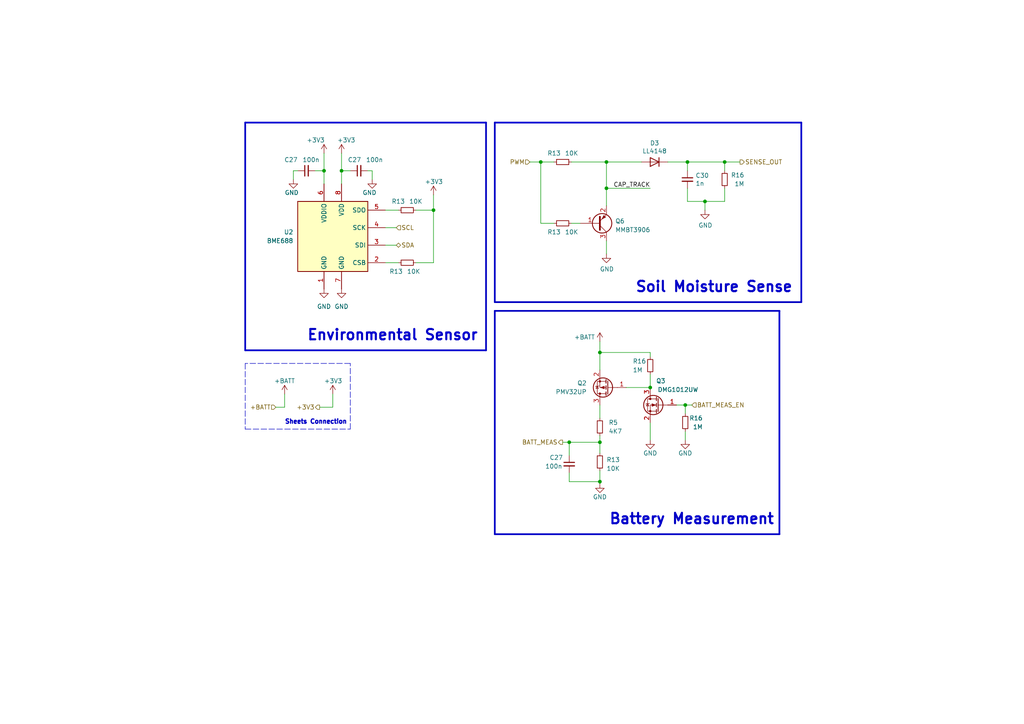
<source format=kicad_sch>
(kicad_sch (version 20230121) (generator eeschema)

  (uuid eaa6e54d-186a-422b-806f-029ccfa0ddfa)

  (paper "A4")

  (title_block
    (date "2023-10-16")
    (rev "2")
  )

  (lib_symbols
    (symbol "Device:C_Small" (pin_numbers hide) (pin_names (offset 0.254) hide) (in_bom yes) (on_board yes)
      (property "Reference" "C" (at 0.254 1.778 0)
        (effects (font (size 1.27 1.27)) (justify left))
      )
      (property "Value" "C_Small" (at 0.254 -2.032 0)
        (effects (font (size 1.27 1.27)) (justify left))
      )
      (property "Footprint" "" (at 0 0 0)
        (effects (font (size 1.27 1.27)) hide)
      )
      (property "Datasheet" "~" (at 0 0 0)
        (effects (font (size 1.27 1.27)) hide)
      )
      (property "ki_keywords" "capacitor cap" (at 0 0 0)
        (effects (font (size 1.27 1.27)) hide)
      )
      (property "ki_description" "Unpolarized capacitor, small symbol" (at 0 0 0)
        (effects (font (size 1.27 1.27)) hide)
      )
      (property "ki_fp_filters" "C_*" (at 0 0 0)
        (effects (font (size 1.27 1.27)) hide)
      )
      (symbol "C_Small_0_1"
        (polyline
          (pts
            (xy -1.524 -0.508)
            (xy 1.524 -0.508)
          )
          (stroke (width 0.3302) (type default))
          (fill (type none))
        )
        (polyline
          (pts
            (xy -1.524 0.508)
            (xy 1.524 0.508)
          )
          (stroke (width 0.3048) (type default))
          (fill (type none))
        )
      )
      (symbol "C_Small_1_1"
        (pin passive line (at 0 2.54 270) (length 2.032)
          (name "~" (effects (font (size 1.27 1.27))))
          (number "1" (effects (font (size 1.27 1.27))))
        )
        (pin passive line (at 0 -2.54 90) (length 2.032)
          (name "~" (effects (font (size 1.27 1.27))))
          (number "2" (effects (font (size 1.27 1.27))))
        )
      )
    )
    (symbol "Device:Q_NMOS_GSD" (pin_names (offset 0) hide) (in_bom yes) (on_board yes)
      (property "Reference" "Q" (at 5.08 1.27 0)
        (effects (font (size 1.27 1.27)) (justify left))
      )
      (property "Value" "Q_NMOS_GSD" (at 5.08 -1.27 0)
        (effects (font (size 1.27 1.27)) (justify left))
      )
      (property "Footprint" "" (at 5.08 2.54 0)
        (effects (font (size 1.27 1.27)) hide)
      )
      (property "Datasheet" "~" (at 0 0 0)
        (effects (font (size 1.27 1.27)) hide)
      )
      (property "ki_keywords" "transistor NMOS N-MOS N-MOSFET" (at 0 0 0)
        (effects (font (size 1.27 1.27)) hide)
      )
      (property "ki_description" "N-MOSFET transistor, gate/source/drain" (at 0 0 0)
        (effects (font (size 1.27 1.27)) hide)
      )
      (symbol "Q_NMOS_GSD_0_1"
        (polyline
          (pts
            (xy 0.254 0)
            (xy -2.54 0)
          )
          (stroke (width 0) (type default))
          (fill (type none))
        )
        (polyline
          (pts
            (xy 0.254 1.905)
            (xy 0.254 -1.905)
          )
          (stroke (width 0.254) (type default))
          (fill (type none))
        )
        (polyline
          (pts
            (xy 0.762 -1.27)
            (xy 0.762 -2.286)
          )
          (stroke (width 0.254) (type default))
          (fill (type none))
        )
        (polyline
          (pts
            (xy 0.762 0.508)
            (xy 0.762 -0.508)
          )
          (stroke (width 0.254) (type default))
          (fill (type none))
        )
        (polyline
          (pts
            (xy 0.762 2.286)
            (xy 0.762 1.27)
          )
          (stroke (width 0.254) (type default))
          (fill (type none))
        )
        (polyline
          (pts
            (xy 2.54 2.54)
            (xy 2.54 1.778)
          )
          (stroke (width 0) (type default))
          (fill (type none))
        )
        (polyline
          (pts
            (xy 2.54 -2.54)
            (xy 2.54 0)
            (xy 0.762 0)
          )
          (stroke (width 0) (type default))
          (fill (type none))
        )
        (polyline
          (pts
            (xy 0.762 -1.778)
            (xy 3.302 -1.778)
            (xy 3.302 1.778)
            (xy 0.762 1.778)
          )
          (stroke (width 0) (type default))
          (fill (type none))
        )
        (polyline
          (pts
            (xy 1.016 0)
            (xy 2.032 0.381)
            (xy 2.032 -0.381)
            (xy 1.016 0)
          )
          (stroke (width 0) (type default))
          (fill (type outline))
        )
        (polyline
          (pts
            (xy 2.794 0.508)
            (xy 2.921 0.381)
            (xy 3.683 0.381)
            (xy 3.81 0.254)
          )
          (stroke (width 0) (type default))
          (fill (type none))
        )
        (polyline
          (pts
            (xy 3.302 0.381)
            (xy 2.921 -0.254)
            (xy 3.683 -0.254)
            (xy 3.302 0.381)
          )
          (stroke (width 0) (type default))
          (fill (type none))
        )
        (circle (center 1.651 0) (radius 2.794)
          (stroke (width 0.254) (type default))
          (fill (type none))
        )
        (circle (center 2.54 -1.778) (radius 0.254)
          (stroke (width 0) (type default))
          (fill (type outline))
        )
        (circle (center 2.54 1.778) (radius 0.254)
          (stroke (width 0) (type default))
          (fill (type outline))
        )
      )
      (symbol "Q_NMOS_GSD_1_1"
        (pin input line (at -5.08 0 0) (length 2.54)
          (name "G" (effects (font (size 1.27 1.27))))
          (number "1" (effects (font (size 1.27 1.27))))
        )
        (pin passive line (at 2.54 -5.08 90) (length 2.54)
          (name "S" (effects (font (size 1.27 1.27))))
          (number "2" (effects (font (size 1.27 1.27))))
        )
        (pin passive line (at 2.54 5.08 270) (length 2.54)
          (name "D" (effects (font (size 1.27 1.27))))
          (number "3" (effects (font (size 1.27 1.27))))
        )
      )
    )
    (symbol "Device:Q_PMOS_GSD" (pin_names (offset 0) hide) (in_bom yes) (on_board yes)
      (property "Reference" "Q" (at 5.08 1.27 0)
        (effects (font (size 1.27 1.27)) (justify left))
      )
      (property "Value" "Q_PMOS_GSD" (at 5.08 -1.27 0)
        (effects (font (size 1.27 1.27)) (justify left))
      )
      (property "Footprint" "" (at 5.08 2.54 0)
        (effects (font (size 1.27 1.27)) hide)
      )
      (property "Datasheet" "~" (at 0 0 0)
        (effects (font (size 1.27 1.27)) hide)
      )
      (property "ki_keywords" "transistor PMOS P-MOS P-MOSFET" (at 0 0 0)
        (effects (font (size 1.27 1.27)) hide)
      )
      (property "ki_description" "P-MOSFET transistor, gate/source/drain" (at 0 0 0)
        (effects (font (size 1.27 1.27)) hide)
      )
      (symbol "Q_PMOS_GSD_0_1"
        (polyline
          (pts
            (xy 0.254 0)
            (xy -2.54 0)
          )
          (stroke (width 0) (type default))
          (fill (type none))
        )
        (polyline
          (pts
            (xy 0.254 1.905)
            (xy 0.254 -1.905)
          )
          (stroke (width 0.254) (type default))
          (fill (type none))
        )
        (polyline
          (pts
            (xy 0.762 -1.27)
            (xy 0.762 -2.286)
          )
          (stroke (width 0.254) (type default))
          (fill (type none))
        )
        (polyline
          (pts
            (xy 0.762 0.508)
            (xy 0.762 -0.508)
          )
          (stroke (width 0.254) (type default))
          (fill (type none))
        )
        (polyline
          (pts
            (xy 0.762 2.286)
            (xy 0.762 1.27)
          )
          (stroke (width 0.254) (type default))
          (fill (type none))
        )
        (polyline
          (pts
            (xy 2.54 2.54)
            (xy 2.54 1.778)
          )
          (stroke (width 0) (type default))
          (fill (type none))
        )
        (polyline
          (pts
            (xy 2.54 -2.54)
            (xy 2.54 0)
            (xy 0.762 0)
          )
          (stroke (width 0) (type default))
          (fill (type none))
        )
        (polyline
          (pts
            (xy 0.762 1.778)
            (xy 3.302 1.778)
            (xy 3.302 -1.778)
            (xy 0.762 -1.778)
          )
          (stroke (width 0) (type default))
          (fill (type none))
        )
        (polyline
          (pts
            (xy 2.286 0)
            (xy 1.27 0.381)
            (xy 1.27 -0.381)
            (xy 2.286 0)
          )
          (stroke (width 0) (type default))
          (fill (type outline))
        )
        (polyline
          (pts
            (xy 2.794 -0.508)
            (xy 2.921 -0.381)
            (xy 3.683 -0.381)
            (xy 3.81 -0.254)
          )
          (stroke (width 0) (type default))
          (fill (type none))
        )
        (polyline
          (pts
            (xy 3.302 -0.381)
            (xy 2.921 0.254)
            (xy 3.683 0.254)
            (xy 3.302 -0.381)
          )
          (stroke (width 0) (type default))
          (fill (type none))
        )
        (circle (center 1.651 0) (radius 2.794)
          (stroke (width 0.254) (type default))
          (fill (type none))
        )
        (circle (center 2.54 -1.778) (radius 0.254)
          (stroke (width 0) (type default))
          (fill (type outline))
        )
        (circle (center 2.54 1.778) (radius 0.254)
          (stroke (width 0) (type default))
          (fill (type outline))
        )
      )
      (symbol "Q_PMOS_GSD_1_1"
        (pin input line (at -5.08 0 0) (length 2.54)
          (name "G" (effects (font (size 1.27 1.27))))
          (number "1" (effects (font (size 1.27 1.27))))
        )
        (pin passive line (at 2.54 -5.08 90) (length 2.54)
          (name "S" (effects (font (size 1.27 1.27))))
          (number "2" (effects (font (size 1.27 1.27))))
        )
        (pin passive line (at 2.54 5.08 270) (length 2.54)
          (name "D" (effects (font (size 1.27 1.27))))
          (number "3" (effects (font (size 1.27 1.27))))
        )
      )
    )
    (symbol "Device:R_Small" (pin_numbers hide) (pin_names (offset 0.254) hide) (in_bom yes) (on_board yes)
      (property "Reference" "R" (at 0.762 0.508 0)
        (effects (font (size 1.27 1.27)) (justify left))
      )
      (property "Value" "R_Small" (at 0.762 -1.016 0)
        (effects (font (size 1.27 1.27)) (justify left))
      )
      (property "Footprint" "" (at 0 0 0)
        (effects (font (size 1.27 1.27)) hide)
      )
      (property "Datasheet" "~" (at 0 0 0)
        (effects (font (size 1.27 1.27)) hide)
      )
      (property "ki_keywords" "R resistor" (at 0 0 0)
        (effects (font (size 1.27 1.27)) hide)
      )
      (property "ki_description" "Resistor, small symbol" (at 0 0 0)
        (effects (font (size 1.27 1.27)) hide)
      )
      (property "ki_fp_filters" "R_*" (at 0 0 0)
        (effects (font (size 1.27 1.27)) hide)
      )
      (symbol "R_Small_0_1"
        (rectangle (start -0.762 1.778) (end 0.762 -1.778)
          (stroke (width 0.2032) (type default))
          (fill (type none))
        )
      )
      (symbol "R_Small_1_1"
        (pin passive line (at 0 2.54 270) (length 0.762)
          (name "~" (effects (font (size 1.27 1.27))))
          (number "1" (effects (font (size 1.27 1.27))))
        )
        (pin passive line (at 0 -2.54 90) (length 0.762)
          (name "~" (effects (font (size 1.27 1.27))))
          (number "2" (effects (font (size 1.27 1.27))))
        )
      )
    )
    (symbol "Diode:LL4148" (pin_numbers hide) (pin_names (offset 1.016) hide) (in_bom yes) (on_board yes)
      (property "Reference" "D" (at 0 2.54 0)
        (effects (font (size 1.27 1.27)))
      )
      (property "Value" "LL4148" (at 0 -2.54 0)
        (effects (font (size 1.27 1.27)))
      )
      (property "Footprint" "Diode_SMD:D_MiniMELF" (at 0 -4.445 0)
        (effects (font (size 1.27 1.27)) hide)
      )
      (property "Datasheet" "http://www.vishay.com/docs/85557/ll4148.pdf" (at 0 0 0)
        (effects (font (size 1.27 1.27)) hide)
      )
      (property "ki_keywords" "diode" (at 0 0 0)
        (effects (font (size 1.27 1.27)) hide)
      )
      (property "ki_description" "100V 0.15A standard switching diode, MiniMELF" (at 0 0 0)
        (effects (font (size 1.27 1.27)) hide)
      )
      (property "ki_fp_filters" "D*MiniMELF*" (at 0 0 0)
        (effects (font (size 1.27 1.27)) hide)
      )
      (symbol "LL4148_0_1"
        (polyline
          (pts
            (xy -1.27 1.27)
            (xy -1.27 -1.27)
          )
          (stroke (width 0.254) (type default))
          (fill (type none))
        )
        (polyline
          (pts
            (xy 1.27 0)
            (xy -1.27 0)
          )
          (stroke (width 0) (type default))
          (fill (type none))
        )
        (polyline
          (pts
            (xy 1.27 1.27)
            (xy 1.27 -1.27)
            (xy -1.27 0)
            (xy 1.27 1.27)
          )
          (stroke (width 0.254) (type default))
          (fill (type none))
        )
      )
      (symbol "LL4148_1_1"
        (pin passive line (at -3.81 0 0) (length 2.54)
          (name "K" (effects (font (size 1.27 1.27))))
          (number "1" (effects (font (size 1.27 1.27))))
        )
        (pin passive line (at 3.81 0 180) (length 2.54)
          (name "A" (effects (font (size 1.27 1.27))))
          (number "2" (effects (font (size 1.27 1.27))))
        )
      )
    )
    (symbol "Sensor:BME680" (in_bom yes) (on_board yes)
      (property "Reference" "U" (at -8.89 11.43 0)
        (effects (font (size 1.27 1.27)))
      )
      (property "Value" "BME680" (at 7.62 11.43 0)
        (effects (font (size 1.27 1.27)))
      )
      (property "Footprint" "Package_LGA:Bosch_LGA-8_3x3mm_P0.8mm_ClockwisePinNumbering" (at 36.83 -11.43 0)
        (effects (font (size 1.27 1.27)) hide)
      )
      (property "Datasheet" "https://ae-bst.resource.bosch.com/media/_tech/media/datasheets/BST-BME680-DS001.pdf" (at 0 -5.08 0)
        (effects (font (size 1.27 1.27)) hide)
      )
      (property "ki_keywords" "Bosch gas pressure humidity temperature environment environmental measurement digital" (at 0 0 0)
        (effects (font (size 1.27 1.27)) hide)
      )
      (property "ki_description" "4-in-1 sensor, gas, humidity, pressure, temperature, I2C and SPI interface, 1.71-3.6V, LGA-8" (at 0 0 0)
        (effects (font (size 1.27 1.27)) hide)
      )
      (property "ki_fp_filters" "*LGA*3x3mm*P0.8mm*Clockwise*" (at 0 0 0)
        (effects (font (size 1.27 1.27)) hide)
      )
      (symbol "BME680_0_1"
        (rectangle (start -10.16 10.16) (end 10.16 -10.16)
          (stroke (width 0.254) (type default))
          (fill (type background))
        )
      )
      (symbol "BME680_1_1"
        (pin power_in line (at -2.54 -15.24 90) (length 5.08)
          (name "GND" (effects (font (size 1.27 1.27))))
          (number "1" (effects (font (size 1.27 1.27))))
        )
        (pin input line (at 15.24 -7.62 180) (length 5.08)
          (name "CSB" (effects (font (size 1.27 1.27))))
          (number "2" (effects (font (size 1.27 1.27))))
        )
        (pin bidirectional line (at 15.24 -2.54 180) (length 5.08)
          (name "SDI" (effects (font (size 1.27 1.27))))
          (number "3" (effects (font (size 1.27 1.27))))
        )
        (pin input line (at 15.24 2.54 180) (length 5.08)
          (name "SCK" (effects (font (size 1.27 1.27))))
          (number "4" (effects (font (size 1.27 1.27))))
        )
        (pin bidirectional line (at 15.24 7.62 180) (length 5.08)
          (name "SDO" (effects (font (size 1.27 1.27))))
          (number "5" (effects (font (size 1.27 1.27))))
        )
        (pin power_in line (at -2.54 15.24 270) (length 5.08)
          (name "VDDIO" (effects (font (size 1.27 1.27))))
          (number "6" (effects (font (size 1.27 1.27))))
        )
        (pin power_in line (at 2.54 -15.24 90) (length 5.08)
          (name "GND" (effects (font (size 1.27 1.27))))
          (number "7" (effects (font (size 1.27 1.27))))
        )
        (pin power_in line (at 2.54 15.24 270) (length 5.08)
          (name "VDD" (effects (font (size 1.27 1.27))))
          (number "8" (effects (font (size 1.27 1.27))))
        )
      )
    )
    (symbol "Transistor_BJT:MMBT3906" (pin_names (offset 0) hide) (in_bom yes) (on_board yes)
      (property "Reference" "Q" (at 5.08 1.905 0)
        (effects (font (size 1.27 1.27)) (justify left))
      )
      (property "Value" "MMBT3906" (at 5.08 0 0)
        (effects (font (size 1.27 1.27)) (justify left))
      )
      (property "Footprint" "Package_TO_SOT_SMD:SOT-23" (at 5.08 -1.905 0)
        (effects (font (size 1.27 1.27) italic) (justify left) hide)
      )
      (property "Datasheet" "https://www.onsemi.com/pub/Collateral/2N3906-D.PDF" (at 0 0 0)
        (effects (font (size 1.27 1.27)) (justify left) hide)
      )
      (property "ki_keywords" "PNP Transistor" (at 0 0 0)
        (effects (font (size 1.27 1.27)) hide)
      )
      (property "ki_description" "-0.2A Ic, -40V Vce, Small Signal PNP Transistor, SOT-23" (at 0 0 0)
        (effects (font (size 1.27 1.27)) hide)
      )
      (property "ki_fp_filters" "SOT?23*" (at 0 0 0)
        (effects (font (size 1.27 1.27)) hide)
      )
      (symbol "MMBT3906_0_1"
        (polyline
          (pts
            (xy 0.635 0.635)
            (xy 2.54 2.54)
          )
          (stroke (width 0) (type default))
          (fill (type none))
        )
        (polyline
          (pts
            (xy 0.635 -0.635)
            (xy 2.54 -2.54)
            (xy 2.54 -2.54)
          )
          (stroke (width 0) (type default))
          (fill (type none))
        )
        (polyline
          (pts
            (xy 0.635 1.905)
            (xy 0.635 -1.905)
            (xy 0.635 -1.905)
          )
          (stroke (width 0.508) (type default))
          (fill (type none))
        )
        (polyline
          (pts
            (xy 2.286 -1.778)
            (xy 1.778 -2.286)
            (xy 1.27 -1.27)
            (xy 2.286 -1.778)
            (xy 2.286 -1.778)
          )
          (stroke (width 0) (type default))
          (fill (type outline))
        )
        (circle (center 1.27 0) (radius 2.8194)
          (stroke (width 0.254) (type default))
          (fill (type none))
        )
      )
      (symbol "MMBT3906_1_1"
        (pin input line (at -5.08 0 0) (length 5.715)
          (name "B" (effects (font (size 1.27 1.27))))
          (number "1" (effects (font (size 1.27 1.27))))
        )
        (pin passive line (at 2.54 -5.08 90) (length 2.54)
          (name "E" (effects (font (size 1.27 1.27))))
          (number "2" (effects (font (size 1.27 1.27))))
        )
        (pin passive line (at 2.54 5.08 270) (length 2.54)
          (name "C" (effects (font (size 1.27 1.27))))
          (number "3" (effects (font (size 1.27 1.27))))
        )
      )
    )
    (symbol "power:+3V3" (power) (pin_names (offset 0)) (in_bom yes) (on_board yes)
      (property "Reference" "#PWR" (at 0 -3.81 0)
        (effects (font (size 1.27 1.27)) hide)
      )
      (property "Value" "+3V3" (at 0 3.556 0)
        (effects (font (size 1.27 1.27)))
      )
      (property "Footprint" "" (at 0 0 0)
        (effects (font (size 1.27 1.27)) hide)
      )
      (property "Datasheet" "" (at 0 0 0)
        (effects (font (size 1.27 1.27)) hide)
      )
      (property "ki_keywords" "power-flag" (at 0 0 0)
        (effects (font (size 1.27 1.27)) hide)
      )
      (property "ki_description" "Power symbol creates a global label with name \"+3V3\"" (at 0 0 0)
        (effects (font (size 1.27 1.27)) hide)
      )
      (symbol "+3V3_0_1"
        (polyline
          (pts
            (xy -0.762 1.27)
            (xy 0 2.54)
          )
          (stroke (width 0) (type default))
          (fill (type none))
        )
        (polyline
          (pts
            (xy 0 0)
            (xy 0 2.54)
          )
          (stroke (width 0) (type default))
          (fill (type none))
        )
        (polyline
          (pts
            (xy 0 2.54)
            (xy 0.762 1.27)
          )
          (stroke (width 0) (type default))
          (fill (type none))
        )
      )
      (symbol "+3V3_1_1"
        (pin power_in line (at 0 0 90) (length 0) hide
          (name "+3V3" (effects (font (size 1.27 1.27))))
          (number "1" (effects (font (size 1.27 1.27))))
        )
      )
    )
    (symbol "power:+BATT" (power) (pin_names (offset 0)) (in_bom yes) (on_board yes)
      (property "Reference" "#PWR" (at 0 -3.81 0)
        (effects (font (size 1.27 1.27)) hide)
      )
      (property "Value" "+BATT" (at 0 3.556 0)
        (effects (font (size 1.27 1.27)))
      )
      (property "Footprint" "" (at 0 0 0)
        (effects (font (size 1.27 1.27)) hide)
      )
      (property "Datasheet" "" (at 0 0 0)
        (effects (font (size 1.27 1.27)) hide)
      )
      (property "ki_keywords" "power-flag battery" (at 0 0 0)
        (effects (font (size 1.27 1.27)) hide)
      )
      (property "ki_description" "Power symbol creates a global label with name \"+BATT\"" (at 0 0 0)
        (effects (font (size 1.27 1.27)) hide)
      )
      (symbol "+BATT_0_1"
        (polyline
          (pts
            (xy -0.762 1.27)
            (xy 0 2.54)
          )
          (stroke (width 0) (type default))
          (fill (type none))
        )
        (polyline
          (pts
            (xy 0 0)
            (xy 0 2.54)
          )
          (stroke (width 0) (type default))
          (fill (type none))
        )
        (polyline
          (pts
            (xy 0 2.54)
            (xy 0.762 1.27)
          )
          (stroke (width 0) (type default))
          (fill (type none))
        )
      )
      (symbol "+BATT_1_1"
        (pin power_in line (at 0 0 90) (length 0) hide
          (name "+BATT" (effects (font (size 1.27 1.27))))
          (number "1" (effects (font (size 1.27 1.27))))
        )
      )
    )
    (symbol "power:GND" (power) (pin_names (offset 0)) (in_bom yes) (on_board yes)
      (property "Reference" "#PWR" (at 0 -6.35 0)
        (effects (font (size 1.27 1.27)) hide)
      )
      (property "Value" "GND" (at 0 -3.81 0)
        (effects (font (size 1.27 1.27)))
      )
      (property "Footprint" "" (at 0 0 0)
        (effects (font (size 1.27 1.27)) hide)
      )
      (property "Datasheet" "" (at 0 0 0)
        (effects (font (size 1.27 1.27)) hide)
      )
      (property "ki_keywords" "power-flag" (at 0 0 0)
        (effects (font (size 1.27 1.27)) hide)
      )
      (property "ki_description" "Power symbol creates a global label with name \"GND\" , ground" (at 0 0 0)
        (effects (font (size 1.27 1.27)) hide)
      )
      (symbol "GND_0_1"
        (polyline
          (pts
            (xy 0 0)
            (xy 0 -1.27)
            (xy 1.27 -1.27)
            (xy 0 -2.54)
            (xy -1.27 -1.27)
            (xy 0 -1.27)
          )
          (stroke (width 0) (type default))
          (fill (type none))
        )
      )
      (symbol "GND_1_1"
        (pin power_in line (at 0 0 270) (length 0) hide
          (name "GND" (effects (font (size 1.27 1.27))))
          (number "1" (effects (font (size 1.27 1.27))))
        )
      )
    )
  )

  (junction (at 156.845 46.99) (diameter 0) (color 0 0 0 0)
    (uuid 1b252441-857e-4ca1-b51a-80c7f59c538a)
  )
  (junction (at 204.47 58.42) (diameter 0) (color 0 0 0 0)
    (uuid 25345599-27c0-4657-b6e5-654a5a4a0b76)
  )
  (junction (at 165.1 128.27) (diameter 0) (color 0 0 0 0)
    (uuid 4c09c07c-9d1e-48c4-9d65-a4794fa908c9)
  )
  (junction (at 188.595 112.395) (diameter 0) (color 0 0 0 0)
    (uuid 649d3250-4f67-4a1e-ba8e-ff86a1740f39)
  )
  (junction (at 93.98 49.53) (diameter 0) (color 0 0 0 0)
    (uuid 69dfa219-715f-468a-8d75-17a7ae2b4ea2)
  )
  (junction (at 175.895 54.61) (diameter 0) (color 0 0 0 0)
    (uuid 8642ea39-a7df-4ab1-90e4-5c5f9e51084f)
  )
  (junction (at 125.73 60.96) (diameter 0) (color 0 0 0 0)
    (uuid 87abd990-ebef-490a-8dfa-fa46b68831c7)
  )
  (junction (at 210.185 46.99) (diameter 0) (color 0 0 0 0)
    (uuid a050df74-9c4b-4c0f-a254-9563f1bb0440)
  )
  (junction (at 173.99 139.7) (diameter 0) (color 0 0 0 0)
    (uuid ac61acdd-3f2f-45c1-9d4e-5dc65db49ab6)
  )
  (junction (at 173.99 102.235) (diameter 0) (color 0 0 0 0)
    (uuid b3c33fb0-a8bc-4400-8613-790c30267232)
  )
  (junction (at 99.06 49.53) (diameter 0) (color 0 0 0 0)
    (uuid be3fc461-b3f0-4ff9-bcb5-858f1acad50a)
  )
  (junction (at 173.99 128.27) (diameter 0) (color 0 0 0 0)
    (uuid d248beb8-d79d-48d5-b778-a265baefd459)
  )
  (junction (at 175.895 46.99) (diameter 0) (color 0 0 0 0)
    (uuid edce5202-dae5-48ff-8d24-54671c738362)
  )
  (junction (at 199.39 46.99) (diameter 0) (color 0 0 0 0)
    (uuid edfabba8-e7c9-4003-8feb-a5f071bafe2a)
  )
  (junction (at 198.755 117.475) (diameter 0) (color 0 0 0 0)
    (uuid f1363a00-0bf8-42c8-ba86-01ccdaa318f0)
  )

  (wire (pts (xy 165.1 128.27) (xy 173.99 128.27))
    (stroke (width 0) (type default))
    (uuid 02366024-ad1e-410a-92cb-1a0b1a7d1bcc)
  )
  (wire (pts (xy 93.98 49.53) (xy 93.98 53.34))
    (stroke (width 0) (type default))
    (uuid 03167ce7-f1d0-484e-b94f-136214b04c8f)
  )
  (wire (pts (xy 111.76 76.2) (xy 115.57 76.2))
    (stroke (width 0) (type default))
    (uuid 050d2cd3-bf56-4edb-879a-c3ce41c697d7)
  )
  (wire (pts (xy 173.99 126.365) (xy 173.99 128.27))
    (stroke (width 0) (type default))
    (uuid 05eec079-d899-4ebf-9bc8-2d3d4c96ce91)
  )
  (wire (pts (xy 175.895 54.61) (xy 175.895 59.69))
    (stroke (width 0) (type default))
    (uuid 0859b437-9130-42e9-b3a2-88fbffb9b84d)
  )
  (polyline (pts (xy 71.12 35.56) (xy 71.12 101.6))
    (stroke (width 0.5) (type default))
    (uuid 0cb169f3-ad4e-4bbd-b619-201a3345ef0a)
  )
  (polyline (pts (xy 143.51 35.56) (xy 143.51 87.63))
    (stroke (width 0.5) (type default))
    (uuid 1aac86bd-fb56-440f-b90a-d8de6318ed2d)
  )

  (wire (pts (xy 86.36 49.53) (xy 85.09 49.53))
    (stroke (width 0) (type default))
    (uuid 1b730aef-5201-4662-a282-be5e3154e20d)
  )
  (wire (pts (xy 156.845 64.77) (xy 156.845 46.99))
    (stroke (width 0) (type default))
    (uuid 1cc1fe8f-8583-49c3-90f4-a24fbe42785c)
  )
  (wire (pts (xy 111.76 71.12) (xy 114.935 71.12))
    (stroke (width 0) (type default))
    (uuid 23af54f0-7c79-40b6-a95a-44863739babd)
  )
  (polyline (pts (xy 71.12 105.41) (xy 71.12 124.46))
    (stroke (width 0) (type dash))
    (uuid 29475687-97fa-4490-9294-d22280862b9b)
  )
  (polyline (pts (xy 101.6 105.41) (xy 71.12 105.41))
    (stroke (width 0) (type dash))
    (uuid 2a695efd-e948-46ba-b85f-02abca9c88cf)
  )

  (wire (pts (xy 125.73 76.2) (xy 125.73 60.96))
    (stroke (width 0) (type default))
    (uuid 38f870d2-e831-4333-9760-12f628d01ad8)
  )
  (wire (pts (xy 165.1 128.27) (xy 165.1 132.08))
    (stroke (width 0) (type default))
    (uuid 4a3ea768-eae5-4ac3-b4a4-50c3e606c36a)
  )
  (polyline (pts (xy 143.51 90.17) (xy 143.51 154.94))
    (stroke (width 0.5) (type default))
    (uuid 4b78c3ce-52eb-4bec-9c9d-0a7dedd8d14c)
  )

  (wire (pts (xy 156.845 64.77) (xy 160.655 64.77))
    (stroke (width 0) (type default))
    (uuid 4b972b25-df90-4150-8f91-9fbf03840d7f)
  )
  (wire (pts (xy 199.39 49.53) (xy 199.39 46.99))
    (stroke (width 0) (type default))
    (uuid 4ba983d7-9be7-434d-99de-9d230b543c41)
  )
  (wire (pts (xy 173.99 139.7) (xy 173.99 140.335))
    (stroke (width 0) (type default))
    (uuid 4eb294d1-9119-4872-a515-624f405e4651)
  )
  (wire (pts (xy 193.675 46.99) (xy 199.39 46.99))
    (stroke (width 0) (type default))
    (uuid 4fbac799-8326-4aea-b3bd-0bd0f5623c08)
  )
  (wire (pts (xy 188.595 103.505) (xy 188.595 102.235))
    (stroke (width 0) (type default))
    (uuid 501cd825-1c60-4b92-93b9-4107c3b7118d)
  )
  (wire (pts (xy 204.47 58.42) (xy 199.39 58.42))
    (stroke (width 0) (type default))
    (uuid 508b32d8-7172-4ff1-8e37-37ebe015b394)
  )
  (polyline (pts (xy 71.12 124.46) (xy 101.6 124.46))
    (stroke (width 0) (type dash))
    (uuid 52900ba9-949a-4192-be23-664703996c91)
  )

  (wire (pts (xy 210.185 58.42) (xy 204.47 58.42))
    (stroke (width 0) (type default))
    (uuid 534b5cc3-190e-4aeb-9158-a9ddcb749ef0)
  )
  (wire (pts (xy 173.99 99.06) (xy 173.99 102.235))
    (stroke (width 0) (type default))
    (uuid 57a96790-9457-4124-b11a-432a33ef0e6d)
  )
  (wire (pts (xy 125.73 56.515) (xy 125.73 60.96))
    (stroke (width 0) (type default))
    (uuid 5813b5ce-d297-4d81-a3da-97b56d11d1b2)
  )
  (polyline (pts (xy 232.41 35.56) (xy 232.41 87.63))
    (stroke (width 0.5) (type default))
    (uuid 58dd56f4-afc0-4b71-9b4a-f4882441a676)
  )

  (wire (pts (xy 188.595 102.235) (xy 173.99 102.235))
    (stroke (width 0) (type default))
    (uuid 58eb3378-5cc8-414c-90b3-b770122cee0a)
  )
  (wire (pts (xy 120.65 76.2) (xy 125.73 76.2))
    (stroke (width 0) (type default))
    (uuid 595d14da-57e1-431c-a37d-8278cbb6b257)
  )
  (wire (pts (xy 111.76 60.96) (xy 115.57 60.96))
    (stroke (width 0) (type default))
    (uuid 596b41dc-b582-4902-85cd-5f663a42141b)
  )
  (polyline (pts (xy 226.06 90.17) (xy 226.06 154.94))
    (stroke (width 0.5) (type default))
    (uuid 643c12d6-5aad-4c27-a2b9-3c3540f7e763)
  )

  (wire (pts (xy 93.98 44.45) (xy 93.98 49.53))
    (stroke (width 0) (type default))
    (uuid 75405b15-26df-4348-b93c-356b30243497)
  )
  (polyline (pts (xy 71.12 35.56) (xy 140.97 35.56))
    (stroke (width 0.5) (type default))
    (uuid 7c1f3fb6-8ee2-4eed-a85d-c40c0ac964f0)
  )

  (wire (pts (xy 175.895 46.99) (xy 186.055 46.99))
    (stroke (width 0) (type default))
    (uuid 7cda096b-91d2-46b4-b5ca-cbd07313924c)
  )
  (wire (pts (xy 93.98 49.53) (xy 91.44 49.53))
    (stroke (width 0) (type default))
    (uuid 7d3a33da-aaf1-4f87-8810-80f7afabf200)
  )
  (polyline (pts (xy 143.51 35.56) (xy 232.41 35.56))
    (stroke (width 0.5) (type default))
    (uuid 7f26e1be-9f0b-4585-8f43-437bcce343d4)
  )

  (wire (pts (xy 210.185 46.99) (xy 210.185 49.53))
    (stroke (width 0) (type default))
    (uuid 7fb8e1d8-b49a-4b6d-9368-3d06ea767baf)
  )
  (wire (pts (xy 165.735 64.77) (xy 168.275 64.77))
    (stroke (width 0) (type default))
    (uuid 86307068-ce34-4792-bca8-6398c75e3da6)
  )
  (wire (pts (xy 198.755 125.095) (xy 198.755 127.635))
    (stroke (width 0) (type default))
    (uuid 90f7cf77-6d27-4c63-963b-adeca48f91e3)
  )
  (wire (pts (xy 96.52 118.11) (xy 92.71 118.11))
    (stroke (width 0) (type default))
    (uuid 96b80ffc-e0a8-487a-a529-04ca3e07f31f)
  )
  (wire (pts (xy 99.06 49.53) (xy 99.06 53.34))
    (stroke (width 0) (type default))
    (uuid 96db136c-d346-4332-b459-dd56383c9257)
  )
  (wire (pts (xy 175.895 69.85) (xy 175.895 73.66))
    (stroke (width 0) (type default))
    (uuid 9d7c93bf-cc81-453d-b8db-433fcd36a215)
  )
  (wire (pts (xy 156.845 46.99) (xy 160.655 46.99))
    (stroke (width 0) (type default))
    (uuid 9f907787-3bb7-42dc-83c2-0baf42d52ad9)
  )
  (wire (pts (xy 165.1 137.16) (xy 165.1 139.7))
    (stroke (width 0) (type default))
    (uuid a174daab-f669-4d27-b0af-e23c75fa7bd9)
  )
  (wire (pts (xy 120.65 60.96) (xy 125.73 60.96))
    (stroke (width 0) (type default))
    (uuid a80ad4bd-ff1d-42cb-ae04-42dd8f9fd274)
  )
  (wire (pts (xy 181.61 112.395) (xy 188.595 112.395))
    (stroke (width 0) (type default))
    (uuid a8fcf71e-d91e-418d-bd91-eb8a55f79561)
  )
  (wire (pts (xy 153.67 46.99) (xy 156.845 46.99))
    (stroke (width 0) (type default))
    (uuid a9386d65-090c-4aca-9d31-2834cae99f02)
  )
  (wire (pts (xy 82.55 118.11) (xy 80.01 118.11))
    (stroke (width 0) (type default))
    (uuid aa974549-1f69-4cae-b472-056b00f75b7e)
  )
  (wire (pts (xy 173.99 128.27) (xy 173.99 131.445))
    (stroke (width 0) (type default))
    (uuid b6af5999-4756-40a4-bbe1-0907d423658d)
  )
  (wire (pts (xy 175.895 46.99) (xy 175.895 54.61))
    (stroke (width 0) (type default))
    (uuid bdc53b03-21d5-425f-b39a-6a0e98035408)
  )
  (wire (pts (xy 199.39 54.61) (xy 199.39 58.42))
    (stroke (width 0) (type default))
    (uuid c052db99-d9af-4084-a429-86f9f85a933a)
  )
  (wire (pts (xy 173.99 136.525) (xy 173.99 139.7))
    (stroke (width 0) (type default))
    (uuid c165a27b-f8bd-43de-a416-e6afb109e5bc)
  )
  (wire (pts (xy 199.39 46.99) (xy 210.185 46.99))
    (stroke (width 0) (type default))
    (uuid c3c20c3b-854c-4971-adb6-e40c8ceb6822)
  )
  (polyline (pts (xy 226.06 154.94) (xy 143.51 154.94))
    (stroke (width 0.5) (type default))
    (uuid c51d65ad-9f6a-4eb7-b547-77c2bda095cb)
  )

  (wire (pts (xy 198.755 117.475) (xy 198.755 120.015))
    (stroke (width 0) (type default))
    (uuid c5779512-8b6c-4620-a720-ae6e999abe95)
  )
  (wire (pts (xy 204.47 58.42) (xy 204.47 60.96))
    (stroke (width 0) (type default))
    (uuid c57eb720-c67c-4a8c-a050-e715152aa5b4)
  )
  (wire (pts (xy 188.595 122.555) (xy 188.595 127.635))
    (stroke (width 0) (type default))
    (uuid c6a9599c-89f7-4c17-ab25-3ba7b2fb9bf5)
  )
  (polyline (pts (xy 143.51 90.17) (xy 226.06 90.17))
    (stroke (width 0.5) (type default))
    (uuid c6cd604d-d045-456b-a566-34c02a747fa1)
  )

  (wire (pts (xy 106.68 49.53) (xy 107.95 49.53))
    (stroke (width 0) (type default))
    (uuid c7188338-9a42-4aec-b591-83e65b78e266)
  )
  (wire (pts (xy 210.185 46.99) (xy 214.63 46.99))
    (stroke (width 0) (type default))
    (uuid c85eff37-5f2b-4016-aa9b-2d2914671a0f)
  )
  (polyline (pts (xy 140.97 35.56) (xy 140.97 101.6))
    (stroke (width 0.5) (type default))
    (uuid c8eaf1ed-265d-47a3-9254-da712cc6c8fd)
  )

  (wire (pts (xy 99.06 49.53) (xy 101.6 49.53))
    (stroke (width 0) (type default))
    (uuid cf4442fc-09d9-415e-9307-a3bd346c5ad6)
  )
  (wire (pts (xy 111.76 66.04) (xy 114.935 66.04))
    (stroke (width 0) (type default))
    (uuid d0203471-1610-4c66-8fda-bdf7aadb4496)
  )
  (wire (pts (xy 210.185 58.42) (xy 210.185 54.61))
    (stroke (width 0) (type default))
    (uuid d65c569e-181a-4354-967e-4dc1846a9ae5)
  )
  (polyline (pts (xy 101.6 124.46) (xy 101.6 105.41))
    (stroke (width 0) (type dash))
    (uuid d9f595ce-7af6-4854-9cf4-02896973f85e)
  )

  (wire (pts (xy 82.55 114.3) (xy 82.55 118.11))
    (stroke (width 0) (type default))
    (uuid dda64974-3b82-421d-a7d8-8de63699ef27)
  )
  (wire (pts (xy 173.99 117.475) (xy 173.99 121.285))
    (stroke (width 0) (type default))
    (uuid e24ed9dc-23d5-4cf8-bbc8-fedaaed6a627)
  )
  (wire (pts (xy 173.99 102.235) (xy 173.99 107.315))
    (stroke (width 0) (type default))
    (uuid e35ca732-642b-49d9-9811-dfadc4749946)
  )
  (wire (pts (xy 196.215 117.475) (xy 198.755 117.475))
    (stroke (width 0) (type default))
    (uuid e3ed987e-5caa-4ff8-926c-440a7bd1e91e)
  )
  (wire (pts (xy 188.595 108.585) (xy 188.595 112.395))
    (stroke (width 0) (type default))
    (uuid e5f1e24f-eb54-44f3-a609-9f4e645b47a0)
  )
  (wire (pts (xy 107.95 49.53) (xy 107.95 52.07))
    (stroke (width 0) (type default))
    (uuid e95fa44a-0ec6-4e71-aca3-3b6d23d42897)
  )
  (wire (pts (xy 99.06 44.45) (xy 99.06 49.53))
    (stroke (width 0) (type default))
    (uuid eb927efa-3a77-4abd-81f6-22bc3918dd2c)
  )
  (wire (pts (xy 165.1 139.7) (xy 173.99 139.7))
    (stroke (width 0) (type default))
    (uuid ee0154e7-be1f-4723-b43e-ea29a23e8db9)
  )
  (wire (pts (xy 198.755 117.475) (xy 200.66 117.475))
    (stroke (width 0) (type default))
    (uuid ee386580-e338-4841-bf20-c989974827a8)
  )
  (polyline (pts (xy 140.97 101.6) (xy 71.12 101.6))
    (stroke (width 0.5) (type default))
    (uuid ef59bb48-bb48-4609-ab44-340894155539)
  )
  (polyline (pts (xy 232.41 87.63) (xy 143.51 87.63))
    (stroke (width 0.5) (type default))
    (uuid efa6febe-3800-44c2-93f0-ab92df2db4df)
  )

  (wire (pts (xy 165.735 46.99) (xy 175.895 46.99))
    (stroke (width 0) (type default))
    (uuid f6ea841e-f485-4a25-9e8a-747836947c0d)
  )
  (wire (pts (xy 163.195 128.27) (xy 165.1 128.27))
    (stroke (width 0) (type default))
    (uuid f9963ad4-7ab2-4f36-9f14-f2aaa2c65ea7)
  )
  (wire (pts (xy 85.09 49.53) (xy 85.09 52.07))
    (stroke (width 0) (type default))
    (uuid f9f48c53-d242-48aa-ab4a-f1f077a49d92)
  )
  (wire (pts (xy 175.895 54.61) (xy 188.595 54.61))
    (stroke (width 0) (type default))
    (uuid fd35716c-452c-4646-9a19-27d52d3bbea8)
  )
  (wire (pts (xy 96.52 114.3) (xy 96.52 118.11))
    (stroke (width 0) (type default))
    (uuid ff6f81a7-05dc-4ad9-98c5-af313ea06563)
  )

  (text "Sheets Connection" (at 82.55 123.19 0)
    (effects (font (size 1.27 1.27) (thickness 0.6) bold) (justify left bottom))
    (uuid 97f2d812-fa4b-4f37-9535-e7587d3c1883)
  )
  (text "Soil Moisture Sense" (at 184.15 85.09 0)
    (effects (font (size 3 3) (thickness 0.6) bold) (justify left bottom))
    (uuid b70a91b6-37a8-4535-aa0c-9ea1b42e9716)
  )
  (text "Battery Measurement" (at 176.53 152.4 0)
    (effects (font (size 3 3) (thickness 0.6) bold) (justify left bottom))
    (uuid d9667a78-871a-4613-8515-bf2947e13ef3)
  )
  (text "Environmental Sensor" (at 88.9 99.06 0)
    (effects (font (size 3 3) (thickness 0.6) bold) (justify left bottom))
    (uuid dd5f4863-f0da-4be6-96ed-7bd6a13dc87d)
  )

  (label "CAP_TRACK" (at 188.595 54.61 180) (fields_autoplaced)
    (effects (font (size 1.27 1.27)) (justify right bottom))
    (uuid e44152b1-2d2d-49b1-aeaf-96e43dd63c45)
  )

  (hierarchical_label "SDA" (shape bidirectional) (at 114.935 71.12 0) (fields_autoplaced)
    (effects (font (size 1.27 1.27)) (justify left))
    (uuid 0c43428d-96b1-406a-9b71-3448cc01811e)
  )
  (hierarchical_label "SCL" (shape input) (at 114.935 66.04 0) (fields_autoplaced)
    (effects (font (size 1.27 1.27)) (justify left))
    (uuid 0e7c10c1-966a-49ac-9511-5a79dee2df69)
  )
  (hierarchical_label "SENSE_OUT" (shape output) (at 214.63 46.99 0) (fields_autoplaced)
    (effects (font (size 1.27 1.27)) (justify left))
    (uuid 39dd7aad-c8d8-4110-8643-ab9a480b9206)
  )
  (hierarchical_label "+BATT" (shape input) (at 80.01 118.11 180) (fields_autoplaced)
    (effects (font (size 1.27 1.27)) (justify right))
    (uuid 637218c8-2494-4a89-873a-7ceaf85e1499)
  )
  (hierarchical_label "PWM" (shape input) (at 153.67 46.99 180) (fields_autoplaced)
    (effects (font (size 1.27 1.27)) (justify right))
    (uuid 675016eb-b405-4569-bc30-c44ee57855b7)
  )
  (hierarchical_label "+3V3" (shape output) (at 92.71 118.11 180) (fields_autoplaced)
    (effects (font (size 1.27 1.27)) (justify right))
    (uuid 699aa14b-44f5-4cf0-8ffa-45701079255d)
  )
  (hierarchical_label "BATT_MEAS_EN" (shape input) (at 200.66 117.475 0) (fields_autoplaced)
    (effects (font (size 1.27 1.27)) (justify left))
    (uuid 6da8e883-60a5-4ea7-b93e-364595d8d3c8)
  )
  (hierarchical_label "BATT_MEAS" (shape output) (at 163.195 128.27 180) (fields_autoplaced)
    (effects (font (size 1.27 1.27)) (justify right))
    (uuid ebb8a429-2930-486a-9c49-17eaf8d969a1)
  )

  (symbol (lib_id "power:GND") (at 107.95 52.07 0) (mirror y) (unit 1)
    (in_bom yes) (on_board yes) (dnp no)
    (uuid 054c1b1d-7d3c-42ff-ae6d-75b9fd9627f0)
    (property "Reference" "#PWR036" (at 107.95 58.42 0)
      (effects (font (size 1.27 1.27)) hide)
    )
    (property "Value" "GND" (at 109.22 55.88 0)
      (effects (font (size 1.27 1.27)) (justify left))
    )
    (property "Footprint" "" (at 107.95 52.07 0)
      (effects (font (size 1.27 1.27)) hide)
    )
    (property "Datasheet" "" (at 107.95 52.07 0)
      (effects (font (size 1.27 1.27)) hide)
    )
    (pin "1" (uuid dbe73696-22f2-4013-8bd3-a5de8199f0a9))
    (instances
      (project "plantpal"
        (path "/59b4123e-c7be-466b-a5db-658b8f0c1171"
          (reference "#PWR036") (unit 1)
        )
        (path "/59b4123e-c7be-466b-a5db-658b8f0c1171/416559aa-55f3-4db2-bf13-04c2bb6b0caa"
          (reference "#PWR081") (unit 1)
        )
      )
      (project "bwlr1e"
        (path "/630c8da6-5464-4eef-824d-89618087f4b4"
          (reference "#PWR09") (unit 1)
        )
      )
    )
  )

  (symbol (lib_id "Device:R_Small") (at 173.99 123.825 0) (unit 1)
    (in_bom yes) (on_board yes) (dnp no)
    (uuid 074d9223-2720-4df4-8344-5250bef7f5a6)
    (property "Reference" "R5" (at 176.53 122.5549 0)
      (effects (font (size 1.27 1.27)) (justify left))
    )
    (property "Value" "4K7" (at 176.53 125.0949 0)
      (effects (font (size 1.27 1.27)) (justify left))
    )
    (property "Footprint" "Resistor_SMD:R_0402_1005Metric" (at 173.99 123.825 0)
      (effects (font (size 1.27 1.27)) hide)
    )
    (property "Datasheet" "https://datasheet.lcsc.com/lcsc/2206010045_UNI-ROYAL-Uniroyal-Elec-0402WGF4701TCE_C25900.pdf" (at 173.99 123.825 0)
      (effects (font (size 1.27 1.27)) hide)
    )
    (property "Part Description" "Resistor 62.5mW ±1% 4.7kΩ" (at 173.99 123.825 0)
      (effects (font (size 1.27 1.27)) hide)
    )
    (property "Manufacturer" "UNI-ROYAL(Uniroyal Elec)" (at 173.99 123.825 0)
      (effects (font (size 1.27 1.27)) hide)
    )
    (property "Manufacturer Part Number" "0402WGF4701TCE" (at 173.99 123.825 0)
      (effects (font (size 1.27 1.27)) hide)
    )
    (property "Distributor" "LCSC" (at 173.99 123.825 0)
      (effects (font (size 1.27 1.27)) hide)
    )
    (property "Distributor Part Number" "C25900" (at 173.99 123.825 0)
      (effects (font (size 1.27 1.27)) hide)
    )
    (property "Distributor Link" "https://www.lcsc.com/product-detail/Chip-Resistor-Surface-Mount_UNI-ROYAL-Uniroyal-Elec-0402WGF4701TCE_C25900.html" (at 173.99 123.825 0)
      (effects (font (size 1.27 1.27)) hide)
    )
    (pin "1" (uuid fb85d81e-0806-4a00-9c5d-a5fe854cefcc))
    (pin "2" (uuid fcc10509-00c9-43e5-8f11-74375f7ab7f0))
    (instances
      (project "plantpal"
        (path "/59b4123e-c7be-466b-a5db-658b8f0c1171"
          (reference "R5") (unit 1)
        )
        (path "/59b4123e-c7be-466b-a5db-658b8f0c1171/416559aa-55f3-4db2-bf13-04c2bb6b0caa"
          (reference "R20") (unit 1)
        )
      )
      (project "bwlr3d"
        (path "/630c8da6-5464-4eef-824d-89618087f4b4"
          (reference "R1") (unit 1)
        )
      )
    )
  )

  (symbol (lib_id "power:GND") (at 198.755 127.635 0) (mirror y) (unit 1)
    (in_bom yes) (on_board yes) (dnp no)
    (uuid 112aa574-55a5-4f8d-81e5-3206037616fe)
    (property "Reference" "#PWR016" (at 198.755 133.985 0)
      (effects (font (size 1.27 1.27)) hide)
    )
    (property "Value" "GND" (at 198.755 131.445 0)
      (effects (font (size 1.27 1.27)))
    )
    (property "Footprint" "" (at 198.755 127.635 0)
      (effects (font (size 1.27 1.27)) hide)
    )
    (property "Datasheet" "" (at 198.755 127.635 0)
      (effects (font (size 1.27 1.27)) hide)
    )
    (pin "1" (uuid 9f5dfc62-018c-48f1-b8c7-d42491c0092d))
    (instances
      (project "plantpal"
        (path "/59b4123e-c7be-466b-a5db-658b8f0c1171"
          (reference "#PWR016") (unit 1)
        )
        (path "/59b4123e-c7be-466b-a5db-658b8f0c1171/416559aa-55f3-4db2-bf13-04c2bb6b0caa"
          (reference "#PWR087") (unit 1)
        )
      )
      (project "bwlr3d"
        (path "/630c8da6-5464-4eef-824d-89618087f4b4"
          (reference "#PWR0138") (unit 1)
        )
      )
    )
  )

  (symbol (lib_id "Device:Q_NMOS_GSD") (at 191.135 117.475 0) (mirror y) (unit 1)
    (in_bom yes) (on_board yes) (dnp no)
    (uuid 12c9fe71-1392-43d4-a1a7-bc61e56dee4c)
    (property "Reference" "Q3" (at 193.04 110.49 0)
      (effects (font (size 1.27 1.27)) (justify left))
    )
    (property "Value" "DMG1012UW" (at 202.565 113.03 0)
      (effects (font (size 1.27 1.27)) (justify left))
    )
    (property "Footprint" "Package_TO_SOT_SMD:SOT-323_SC-70" (at 186.055 114.935 0)
      (effects (font (size 1.27 1.27)) hide)
    )
    (property "Datasheet" "https://datasheet.lcsc.com/lcsc/1806090918_Diodes-Incorporated-DMG1012UW-7_C156390.pdf" (at 191.135 117.475 0)
      (effects (font (size 1.27 1.27)) hide)
    )
    (property "Part Description" "MOSFET N Channel 20V 1A 450mΩ@4.5V 600mA 290mW " (at 191.135 117.475 0)
      (effects (font (size 1.27 1.27)) hide)
    )
    (property "Manufacturer" "Diodes Incorporated" (at 191.135 117.475 0)
      (effects (font (size 1.27 1.27)) hide)
    )
    (property "Manufacturer Part Number" "DMG1012UW-7" (at 191.135 117.475 0)
      (effects (font (size 1.27 1.27)) hide)
    )
    (property "Distributor" "LCSC" (at 191.135 117.475 0)
      (effects (font (size 1.27 1.27)) hide)
    )
    (property "Distributor Part Number" "C156390" (at 191.135 117.475 0)
      (effects (font (size 1.27 1.27)) hide)
    )
    (property "Distributor Link" "https://www.lcsc.com/product-detail/MOSFETs_Diodes-Incorporated-DMG1012UW-7_C156390.html" (at 191.135 117.475 0)
      (effects (font (size 1.27 1.27)) hide)
    )
    (pin "1" (uuid 2587ed9c-5525-4191-8e5c-dd6ab840116c))
    (pin "2" (uuid 345e1eaa-9462-4aa3-9ed9-7f322f71d443))
    (pin "3" (uuid 1c0febba-0816-4761-91ea-2a5e2bb81e36))
    (instances
      (project "plantpal"
        (path "/59b4123e-c7be-466b-a5db-658b8f0c1171"
          (reference "Q3") (unit 1)
        )
        (path "/59b4123e-c7be-466b-a5db-658b8f0c1171/416559aa-55f3-4db2-bf13-04c2bb6b0caa"
          (reference "Q5") (unit 1)
        )
      )
      (project "bwlr3d"
        (path "/630c8da6-5464-4eef-824d-89618087f4b4"
          (reference "Q4") (unit 1)
        )
      )
    )
  )

  (symbol (lib_id "power:+3V3") (at 99.06 44.45 0) (mirror y) (unit 1)
    (in_bom yes) (on_board yes) (dnp no)
    (uuid 139a1cfc-4f0d-4a20-868f-14bf756eda1f)
    (property "Reference" "#PWR033" (at 99.06 48.26 0)
      (effects (font (size 1.27 1.27)) hide)
    )
    (property "Value" "+3V3" (at 97.79 40.64 0)
      (effects (font (size 1.27 1.27)) (justify right))
    )
    (property "Footprint" "" (at 99.06 44.45 0)
      (effects (font (size 1.27 1.27)) hide)
    )
    (property "Datasheet" "" (at 99.06 44.45 0)
      (effects (font (size 1.27 1.27)) hide)
    )
    (pin "1" (uuid d8e20af7-9768-4a74-abda-f86caa1f9828))
    (instances
      (project "plantpal"
        (path "/59b4123e-c7be-466b-a5db-658b8f0c1171"
          (reference "#PWR033") (unit 1)
        )
        (path "/59b4123e-c7be-466b-a5db-658b8f0c1171/416559aa-55f3-4db2-bf13-04c2bb6b0caa"
          (reference "#PWR079") (unit 1)
        )
      )
      (project "bwlr1e"
        (path "/630c8da6-5464-4eef-824d-89618087f4b4"
          (reference "#PWR0103") (unit 1)
        )
      )
    )
  )

  (symbol (lib_id "Diode:LL4148") (at 189.865 46.99 180) (unit 1)
    (in_bom yes) (on_board yes) (dnp no)
    (uuid 216b2dde-5df2-425b-9917-d01347d4a47f)
    (property "Reference" "D3" (at 189.865 41.5036 0)
      (effects (font (size 1.27 1.27)))
    )
    (property "Value" "LL4148" (at 189.865 43.815 0)
      (effects (font (size 1.27 1.27)))
    )
    (property "Footprint" "Diode_SMD:D_MiniMELF" (at 189.865 42.545 0)
      (effects (font (size 1.27 1.27)) hide)
    )
    (property "Datasheet" "https://datasheet.lcsc.com/lcsc/2304140030_ST-Semtech-LL4148_C9808.pdf" (at 189.865 46.99 0)
      (effects (font (size 1.27 1.27)) hide)
    )
    (property "Part Description" "Switching Diode 75V 500mW 1V@10mA 4ns 0.2A" (at 189.865 46.99 0)
      (effects (font (size 1.27 1.27)) hide)
    )
    (property "Manufacturer" "ST(Semtech)" (at 189.865 46.99 0)
      (effects (font (size 1.27 1.27)) hide)
    )
    (property "Manufacturer Part Number" "LL4148" (at 189.865 46.99 0)
      (effects (font (size 1.27 1.27)) hide)
    )
    (property "Distributor" "LCSC" (at 189.865 46.99 0)
      (effects (font (size 1.27 1.27)) hide)
    )
    (property "Distributor Part Number" "C9808" (at 189.865 46.99 0)
      (effects (font (size 1.27 1.27)) hide)
    )
    (property "Distributor Link" "https://www.lcsc.com/product-detail/Switching-Diode_ST-Semtech-LL4148_C9808.html" (at 189.865 46.99 0)
      (effects (font (size 1.27 1.27)) hide)
    )
    (pin "1" (uuid 83f11741-4964-4a51-ba52-2538e8946a92))
    (pin "2" (uuid d910ed25-b8a5-4e8a-8076-aa5f9a9de510))
    (instances
      (project "plantpal"
        (path "/59b4123e-c7be-466b-a5db-658b8f0c1171"
          (reference "D3") (unit 1)
        )
        (path "/59b4123e-c7be-466b-a5db-658b8f0c1171/416559aa-55f3-4db2-bf13-04c2bb6b0caa"
          (reference "D3") (unit 1)
        )
      )
      (project "parasite"
        (path "/922058ca-d09a-45fd-8394-05f3e2c1e03a"
          (reference "D1") (unit 1)
        )
      )
    )
  )

  (symbol (lib_id "power:GND") (at 204.47 60.96 0) (unit 1)
    (in_bom yes) (on_board yes) (dnp no)
    (uuid 2503b08d-9771-4afc-a439-abc113e97448)
    (property "Reference" "#PWR072" (at 204.47 67.31 0)
      (effects (font (size 1.27 1.27)) hide)
    )
    (property "Value" "GND" (at 204.597 65.3542 0)
      (effects (font (size 1.27 1.27)))
    )
    (property "Footprint" "" (at 204.47 60.96 0)
      (effects (font (size 1.27 1.27)) hide)
    )
    (property "Datasheet" "" (at 204.47 60.96 0)
      (effects (font (size 1.27 1.27)) hide)
    )
    (pin "1" (uuid 25e0c309-24d9-4d5f-a0b2-3db9653b0044))
    (instances
      (project "plantpal"
        (path "/59b4123e-c7be-466b-a5db-658b8f0c1171"
          (reference "#PWR072") (unit 1)
        )
        (path "/59b4123e-c7be-466b-a5db-658b8f0c1171/416559aa-55f3-4db2-bf13-04c2bb6b0caa"
          (reference "#PWR088") (unit 1)
        )
      )
      (project "parasite"
        (path "/922058ca-d09a-45fd-8394-05f3e2c1e03a"
          (reference "#PWR0111") (unit 1)
        )
      )
    )
  )

  (symbol (lib_id "power:GND") (at 93.98 83.82 0) (unit 1)
    (in_bom yes) (on_board yes) (dnp no) (fields_autoplaced)
    (uuid 2ad5fd34-b77c-482a-b653-a634f38df8fd)
    (property "Reference" "#PWR032" (at 93.98 90.17 0)
      (effects (font (size 1.27 1.27)) hide)
    )
    (property "Value" "GND" (at 93.98 88.9 0)
      (effects (font (size 1.27 1.27)))
    )
    (property "Footprint" "" (at 93.98 83.82 0)
      (effects (font (size 1.27 1.27)) hide)
    )
    (property "Datasheet" "" (at 93.98 83.82 0)
      (effects (font (size 1.27 1.27)) hide)
    )
    (pin "1" (uuid a4759c6f-dd12-419b-a935-9823d31d3ba7))
    (instances
      (project "plantpal"
        (path "/59b4123e-c7be-466b-a5db-658b8f0c1171"
          (reference "#PWR032") (unit 1)
        )
        (path "/59b4123e-c7be-466b-a5db-658b8f0c1171/416559aa-55f3-4db2-bf13-04c2bb6b0caa"
          (reference "#PWR077") (unit 1)
        )
      )
      (project "bwlr1e"
        (path "/630c8da6-5464-4eef-824d-89618087f4b4"
          (reference "#PWR06") (unit 1)
        )
      )
    )
  )

  (symbol (lib_id "power:GND") (at 99.06 83.82 0) (unit 1)
    (in_bom yes) (on_board yes) (dnp no) (fields_autoplaced)
    (uuid 2e8697d8-768e-4b2f-8211-1e59fecccf6f)
    (property "Reference" "#PWR034" (at 99.06 90.17 0)
      (effects (font (size 1.27 1.27)) hide)
    )
    (property "Value" "GND" (at 99.06 88.9 0)
      (effects (font (size 1.27 1.27)))
    )
    (property "Footprint" "" (at 99.06 83.82 0)
      (effects (font (size 1.27 1.27)) hide)
    )
    (property "Datasheet" "" (at 99.06 83.82 0)
      (effects (font (size 1.27 1.27)) hide)
    )
    (pin "1" (uuid eead167d-6b85-4470-b739-d3fba6a43aec))
    (instances
      (project "plantpal"
        (path "/59b4123e-c7be-466b-a5db-658b8f0c1171"
          (reference "#PWR034") (unit 1)
        )
        (path "/59b4123e-c7be-466b-a5db-658b8f0c1171/416559aa-55f3-4db2-bf13-04c2bb6b0caa"
          (reference "#PWR080") (unit 1)
        )
      )
      (project "bwlr1e"
        (path "/630c8da6-5464-4eef-824d-89618087f4b4"
          (reference "#PWR08") (unit 1)
        )
      )
    )
  )

  (symbol (lib_id "power:GND") (at 173.99 140.335 0) (unit 1)
    (in_bom yes) (on_board yes) (dnp no)
    (uuid 38bcbdf0-3d50-4345-9e86-6a61db648df9)
    (property "Reference" "#PWR012" (at 173.99 146.685 0)
      (effects (font (size 1.27 1.27)) hide)
    )
    (property "Value" "GND" (at 173.99 144.145 0)
      (effects (font (size 1.27 1.27)))
    )
    (property "Footprint" "" (at 173.99 140.335 0)
      (effects (font (size 1.27 1.27)) hide)
    )
    (property "Datasheet" "" (at 173.99 140.335 0)
      (effects (font (size 1.27 1.27)) hide)
    )
    (pin "1" (uuid 7d901fb6-86c4-4c37-9576-2213c0221a6e))
    (instances
      (project "plantpal"
        (path "/59b4123e-c7be-466b-a5db-658b8f0c1171"
          (reference "#PWR012") (unit 1)
        )
        (path "/59b4123e-c7be-466b-a5db-658b8f0c1171/416559aa-55f3-4db2-bf13-04c2bb6b0caa"
          (reference "#PWR084") (unit 1)
        )
      )
      (project "bwlr3d"
        (path "/630c8da6-5464-4eef-824d-89618087f4b4"
          (reference "#PWR0128") (unit 1)
        )
      )
    )
  )

  (symbol (lib_id "Device:C_Small") (at 104.14 49.53 90) (unit 1)
    (in_bom yes) (on_board yes) (dnp no)
    (uuid 39855d77-0f1b-43fb-a04e-0bd2b791b056)
    (property "Reference" "C27" (at 104.775 46.355 90)
      (effects (font (size 1.27 1.27)) (justify left))
    )
    (property "Value" "100n" (at 111.125 46.355 90)
      (effects (font (size 1.27 1.27)) (justify left))
    )
    (property "Footprint" "Capacitor_SMD:C_0402_1005Metric" (at 104.14 49.53 0)
      (effects (font (size 1.27 1.27)) hide)
    )
    (property "Datasheet" "https://datasheet.lcsc.com/lcsc/2304140030_Samsung-Electro-Mechanics-CL05B104KO5NNNC_C1525.pdf" (at 104.14 49.53 0)
      (effects (font (size 1.27 1.27)) hide)
    )
    (property "Part Description" "Ceramic Capacitor 16V 100nF X7R ±10%" (at 104.14 49.53 0)
      (effects (font (size 1.27 1.27)) hide)
    )
    (property "Manufacturer" "Samsung Electro-Mechanics" (at 104.14 49.53 0)
      (effects (font (size 1.27 1.27)) hide)
    )
    (property "Manufacturer Part Number" "CL05B104KO5NNNC" (at 104.14 49.53 0)
      (effects (font (size 1.27 1.27)) hide)
    )
    (property "Distributor" "LCSC" (at 104.14 49.53 0)
      (effects (font (size 1.27 1.27)) hide)
    )
    (property "Distributor Part Number" "C1525" (at 104.14 49.53 0)
      (effects (font (size 1.27 1.27)) hide)
    )
    (property "Distributor Link" "https://www.lcsc.com/product-detail/Multilayer-Ceramic-Capacitors-MLCC-SMD-SMT_Samsung-Electro-Mechanics-CL05B104KO5NNNC_C1525.html" (at 104.14 49.53 0)
      (effects (font (size 1.27 1.27)) hide)
    )
    (pin "1" (uuid 92b60219-70d5-4b07-ac39-57c9bcc9f515))
    (pin "2" (uuid 21a9e1de-acca-4f46-9cf5-efc2c9aa9457))
    (instances
      (project "plantpal"
        (path "/59b4123e-c7be-466b-a5db-658b8f0c1171"
          (reference "C27") (unit 1)
        )
        (path "/59b4123e-c7be-466b-a5db-658b8f0c1171/7fda2409-1758-4461-822b-801ba75fe202"
          (reference "C19") (unit 1)
        )
        (path "/59b4123e-c7be-466b-a5db-658b8f0c1171/943ab7c0-d00c-4ea0-8716-990ca6b0cb6f"
          (reference "C7") (unit 1)
        )
        (path "/59b4123e-c7be-466b-a5db-658b8f0c1171/416559aa-55f3-4db2-bf13-04c2bb6b0caa"
          (reference "C28") (unit 1)
        )
      )
      (project "bwlr1e-prog"
        (path "/630c8da6-5464-4eef-824d-89618087f4b4"
          (reference "C5") (unit 1)
        )
      )
      (project "Penguino-STM32WL-LoRa-E5"
        (path "/c338af29-f8d9-4513-836a-55ed8bfc47d3"
          (reference "C4") (unit 1)
        )
      )
    )
  )

  (symbol (lib_id "Device:Q_PMOS_GSD") (at 176.53 112.395 180) (unit 1)
    (in_bom yes) (on_board yes) (dnp no) (fields_autoplaced)
    (uuid 3c2a7868-85d6-4fa4-ad9b-138cd9cf1ad4)
    (property "Reference" "Q2" (at 170.18 111.1249 0)
      (effects (font (size 1.27 1.27)) (justify left))
    )
    (property "Value" "PMV32UP" (at 170.18 113.6649 0)
      (effects (font (size 1.27 1.27)) (justify left))
    )
    (property "Footprint" "Package_TO_SOT_SMD:SOT-23" (at 171.45 114.935 0)
      (effects (font (size 1.27 1.27)) hide)
    )
    (property "Datasheet" "https://datasheet.lcsc.com/lcsc/2201211500_TECH-PUBLIC-PMV32UP_C2959851.pdf" (at 176.53 112.395 0)
      (effects (font (size 1.27 1.27)) hide)
    )
    (property "Part Description" "MOSFET P Channel 20V 4A 52mΩ@4.5V" (at 176.53 112.395 0)
      (effects (font (size 1.27 1.27)) hide)
    )
    (property "Manufacturer" "TECH PUBLIC" (at 176.53 112.395 0)
      (effects (font (size 1.27 1.27)) hide)
    )
    (property "Manufacturer Part Number" "PMV32UP" (at 176.53 112.395 0)
      (effects (font (size 1.27 1.27)) hide)
    )
    (property "Distributor" "LCSC" (at 176.53 112.395 0)
      (effects (font (size 1.27 1.27)) hide)
    )
    (property "Distributor Part Number" "C2959851" (at 176.53 112.395 0)
      (effects (font (size 1.27 1.27)) hide)
    )
    (property "Distributor Link" "https://www.lcsc.com/product-detail/MOSFETs_TECH-PUBLIC-PMV32UP_C2959851.html" (at 176.53 112.395 0)
      (effects (font (size 1.27 1.27)) hide)
    )
    (pin "1" (uuid a26e7f4f-dcc2-44e8-bc34-408ae1727dfb))
    (pin "2" (uuid 512f6391-10f1-4373-9487-ed065ba568e5))
    (pin "3" (uuid 044b9dd2-d329-4750-8d8a-0e167dcd8906))
    (instances
      (project "plantpal"
        (path "/59b4123e-c7be-466b-a5db-658b8f0c1171"
          (reference "Q2") (unit 1)
        )
        (path "/59b4123e-c7be-466b-a5db-658b8f0c1171/416559aa-55f3-4db2-bf13-04c2bb6b0caa"
          (reference "Q4") (unit 1)
        )
      )
      (project "bwlr3d"
        (path "/630c8da6-5464-4eef-824d-89618087f4b4"
          (reference "Q3") (unit 1)
        )
      )
    )
  )

  (symbol (lib_id "Device:R_Small") (at 118.11 60.96 90) (unit 1)
    (in_bom yes) (on_board yes) (dnp no)
    (uuid 4d16dfef-4827-4675-a1e2-91cf71e14fc0)
    (property "Reference" "R13" (at 117.475 58.42 90)
      (effects (font (size 1.27 1.27)) (justify left))
    )
    (property "Value" "10K" (at 122.555 58.42 90)
      (effects (font (size 1.27 1.27)) (justify left))
    )
    (property "Footprint" "Resistor_SMD:R_0402_1005Metric" (at 118.11 60.96 0)
      (effects (font (size 1.27 1.27)) hide)
    )
    (property "Datasheet" "https://datasheet.lcsc.com/lcsc/2206010100_UNI-ROYAL-Uniroyal-Elec-0402WGF1002TCE_C25744.pdf" (at 118.11 60.96 0)
      (effects (font (size 1.27 1.27)) hide)
    )
    (property "Part Description" "Resistors 62.5mW ±1% 10kΩ" (at 118.11 60.96 0)
      (effects (font (size 1.27 1.27)) hide)
    )
    (property "Manufacturer" "UNI-ROYAL(Uniroyal Elec)" (at 118.11 60.96 0)
      (effects (font (size 1.27 1.27)) hide)
    )
    (property "Manufacturer Part Number" "0402WGF1002TCE" (at 118.11 60.96 0)
      (effects (font (size 1.27 1.27)) hide)
    )
    (property "Distributor" "LCSC" (at 118.11 60.96 0)
      (effects (font (size 1.27 1.27)) hide)
    )
    (property "Distributor Part Number" "C25744" (at 118.11 60.96 0)
      (effects (font (size 1.27 1.27)) hide)
    )
    (property "Distributor Link" "https://www.lcsc.com/product-detail/Chip-Resistor-Surface-Mount_UNI-ROYAL-Uniroyal-Elec-0402WGF1002TCE_C25744.html" (at 118.11 60.96 0)
      (effects (font (size 1.27 1.27)) hide)
    )
    (pin "1" (uuid 57e49ec9-0219-4a45-b304-8812af5eac89))
    (pin "2" (uuid f36285ba-57ef-4730-8141-5d777eb3815f))
    (instances
      (project "plantpal"
        (path "/59b4123e-c7be-466b-a5db-658b8f0c1171"
          (reference "R13") (unit 1)
        )
        (path "/59b4123e-c7be-466b-a5db-658b8f0c1171/416559aa-55f3-4db2-bf13-04c2bb6b0caa"
          (reference "R16") (unit 1)
        )
        (path "/59b4123e-c7be-466b-a5db-658b8f0c1171/943ab7c0-d00c-4ea0-8716-990ca6b0cb6f"
          (reference "R6") (unit 1)
        )
      )
      (project "bwlr3d"
        (path "/630c8da6-5464-4eef-824d-89618087f4b4"
          (reference "R6") (unit 1)
        )
      )
    )
  )

  (symbol (lib_id "power:+3V3") (at 125.73 56.515 0) (mirror y) (unit 1)
    (in_bom yes) (on_board yes) (dnp no)
    (uuid 4dae167e-40a1-4c80-8554-2c2893681574)
    (property "Reference" "#PWR037" (at 125.73 60.325 0)
      (effects (font (size 1.27 1.27)) hide)
    )
    (property "Value" "+3V3" (at 123.19 52.705 0)
      (effects (font (size 1.27 1.27)) (justify right))
    )
    (property "Footprint" "" (at 125.73 56.515 0)
      (effects (font (size 1.27 1.27)) hide)
    )
    (property "Datasheet" "" (at 125.73 56.515 0)
      (effects (font (size 1.27 1.27)) hide)
    )
    (pin "1" (uuid 0197b7c5-cc48-4ca6-a439-e6b6366d9a0e))
    (instances
      (project "plantpal"
        (path "/59b4123e-c7be-466b-a5db-658b8f0c1171"
          (reference "#PWR037") (unit 1)
        )
        (path "/59b4123e-c7be-466b-a5db-658b8f0c1171/416559aa-55f3-4db2-bf13-04c2bb6b0caa"
          (reference "#PWR082") (unit 1)
        )
      )
      (project "bwlr1e"
        (path "/630c8da6-5464-4eef-824d-89618087f4b4"
          (reference "#PWR0119") (unit 1)
        )
      )
    )
  )

  (symbol (lib_id "Device:R_Small") (at 163.195 46.99 270) (unit 1)
    (in_bom yes) (on_board yes) (dnp no)
    (uuid 5cb2f374-de8d-4ad5-84e5-2e9de31d72bb)
    (property "Reference" "R13" (at 158.75 44.45 90)
      (effects (font (size 1.27 1.27)) (justify left))
    )
    (property "Value" "10K" (at 163.83 44.45 90)
      (effects (font (size 1.27 1.27)) (justify left))
    )
    (property "Footprint" "Resistor_SMD:R_0402_1005Metric" (at 163.195 46.99 0)
      (effects (font (size 1.27 1.27)) hide)
    )
    (property "Datasheet" "https://datasheet.lcsc.com/lcsc/2206010100_UNI-ROYAL-Uniroyal-Elec-0402WGF1002TCE_C25744.pdf" (at 163.195 46.99 0)
      (effects (font (size 1.27 1.27)) hide)
    )
    (property "Part Description" "Resistors 62.5mW ±1% 10kΩ" (at 163.195 46.99 0)
      (effects (font (size 1.27 1.27)) hide)
    )
    (property "Manufacturer" "UNI-ROYAL(Uniroyal Elec)" (at 163.195 46.99 0)
      (effects (font (size 1.27 1.27)) hide)
    )
    (property "Manufacturer Part Number" "0402WGF1002TCE" (at 163.195 46.99 0)
      (effects (font (size 1.27 1.27)) hide)
    )
    (property "Distributor" "LCSC" (at 163.195 46.99 0)
      (effects (font (size 1.27 1.27)) hide)
    )
    (property "Distributor Part Number" "C25744" (at 163.195 46.99 0)
      (effects (font (size 1.27 1.27)) hide)
    )
    (property "Distributor Link" "https://www.lcsc.com/product-detail/Chip-Resistor-Surface-Mount_UNI-ROYAL-Uniroyal-Elec-0402WGF1002TCE_C25744.html" (at 163.195 46.99 0)
      (effects (font (size 1.27 1.27)) hide)
    )
    (pin "1" (uuid 56474fc7-867c-4c35-ba64-a3903fa5ba6e))
    (pin "2" (uuid 8cee3499-c0eb-40b0-896b-f7413d7eed95))
    (instances
      (project "plantpal"
        (path "/59b4123e-c7be-466b-a5db-658b8f0c1171"
          (reference "R13") (unit 1)
        )
        (path "/59b4123e-c7be-466b-a5db-658b8f0c1171/416559aa-55f3-4db2-bf13-04c2bb6b0caa"
          (reference "R18") (unit 1)
        )
        (path "/59b4123e-c7be-466b-a5db-658b8f0c1171/943ab7c0-d00c-4ea0-8716-990ca6b0cb6f"
          (reference "R6") (unit 1)
        )
      )
      (project "bwlr3d"
        (path "/630c8da6-5464-4eef-824d-89618087f4b4"
          (reference "R6") (unit 1)
        )
      )
    )
  )

  (symbol (lib_id "power:GND") (at 188.595 127.635 0) (mirror y) (unit 1)
    (in_bom yes) (on_board yes) (dnp no)
    (uuid 5e1e4509-1d82-4dee-a1a0-09e604a7a430)
    (property "Reference" "#PWR014" (at 188.595 133.985 0)
      (effects (font (size 1.27 1.27)) hide)
    )
    (property "Value" "GND" (at 188.595 131.445 0)
      (effects (font (size 1.27 1.27)))
    )
    (property "Footprint" "" (at 188.595 127.635 0)
      (effects (font (size 1.27 1.27)) hide)
    )
    (property "Datasheet" "" (at 188.595 127.635 0)
      (effects (font (size 1.27 1.27)) hide)
    )
    (pin "1" (uuid 4a47e9ba-0eae-410f-9235-cd79de656021))
    (instances
      (project "plantpal"
        (path "/59b4123e-c7be-466b-a5db-658b8f0c1171"
          (reference "#PWR014") (unit 1)
        )
        (path "/59b4123e-c7be-466b-a5db-658b8f0c1171/416559aa-55f3-4db2-bf13-04c2bb6b0caa"
          (reference "#PWR086") (unit 1)
        )
      )
      (project "bwlr3d"
        (path "/630c8da6-5464-4eef-824d-89618087f4b4"
          (reference "#PWR0139") (unit 1)
        )
      )
    )
  )

  (symbol (lib_id "power:GND") (at 175.895 73.66 0) (unit 1)
    (in_bom yes) (on_board yes) (dnp no)
    (uuid 6b07f309-71fd-4258-8fce-fba288c62cd1)
    (property "Reference" "#PWR074" (at 175.895 80.01 0)
      (effects (font (size 1.27 1.27)) hide)
    )
    (property "Value" "GND" (at 176.022 78.0542 0)
      (effects (font (size 1.27 1.27)))
    )
    (property "Footprint" "" (at 175.895 73.66 0)
      (effects (font (size 1.27 1.27)) hide)
    )
    (property "Datasheet" "" (at 175.895 73.66 0)
      (effects (font (size 1.27 1.27)) hide)
    )
    (pin "1" (uuid 50f0740c-03da-4bd5-871e-eb420b729daa))
    (instances
      (project "plantpal"
        (path "/59b4123e-c7be-466b-a5db-658b8f0c1171"
          (reference "#PWR074") (unit 1)
        )
        (path "/59b4123e-c7be-466b-a5db-658b8f0c1171/416559aa-55f3-4db2-bf13-04c2bb6b0caa"
          (reference "#PWR085") (unit 1)
        )
      )
      (project "parasite"
        (path "/922058ca-d09a-45fd-8394-05f3e2c1e03a"
          (reference "#PWR0114") (unit 1)
        )
      )
    )
  )

  (symbol (lib_id "Device:C_Small") (at 165.1 134.62 0) (unit 1)
    (in_bom yes) (on_board yes) (dnp no)
    (uuid 74d0c62f-736e-46a1-9960-4500dc61edc3)
    (property "Reference" "C27" (at 159.385 132.715 0)
      (effects (font (size 1.27 1.27)) (justify left))
    )
    (property "Value" "100n" (at 158.115 135.255 0)
      (effects (font (size 1.27 1.27)) (justify left))
    )
    (property "Footprint" "Capacitor_SMD:C_0402_1005Metric" (at 165.1 134.62 0)
      (effects (font (size 1.27 1.27)) hide)
    )
    (property "Datasheet" "https://datasheet.lcsc.com/lcsc/2304140030_Samsung-Electro-Mechanics-CL05B104KO5NNNC_C1525.pdf" (at 165.1 134.62 0)
      (effects (font (size 1.27 1.27)) hide)
    )
    (property "Part Description" "Ceramic Capacitor 16V 100nF X7R ±10%" (at 165.1 134.62 0)
      (effects (font (size 1.27 1.27)) hide)
    )
    (property "Manufacturer" "Samsung Electro-Mechanics" (at 165.1 134.62 0)
      (effects (font (size 1.27 1.27)) hide)
    )
    (property "Manufacturer Part Number" "CL05B104KO5NNNC" (at 165.1 134.62 0)
      (effects (font (size 1.27 1.27)) hide)
    )
    (property "Distributor" "LCSC" (at 165.1 134.62 0)
      (effects (font (size 1.27 1.27)) hide)
    )
    (property "Distributor Part Number" "C1525" (at 165.1 134.62 0)
      (effects (font (size 1.27 1.27)) hide)
    )
    (property "Distributor Link" "https://www.lcsc.com/product-detail/Multilayer-Ceramic-Capacitors-MLCC-SMD-SMT_Samsung-Electro-Mechanics-CL05B104KO5NNNC_C1525.html" (at 165.1 134.62 0)
      (effects (font (size 1.27 1.27)) hide)
    )
    (pin "1" (uuid c9a17ab5-f65a-4d03-aadd-81ed677523b2))
    (pin "2" (uuid 30aa2efe-bdec-481a-b054-965738bf7aaf))
    (instances
      (project "plantpal"
        (path "/59b4123e-c7be-466b-a5db-658b8f0c1171"
          (reference "C27") (unit 1)
        )
        (path "/59b4123e-c7be-466b-a5db-658b8f0c1171/7fda2409-1758-4461-822b-801ba75fe202"
          (reference "C19") (unit 1)
        )
        (path "/59b4123e-c7be-466b-a5db-658b8f0c1171/943ab7c0-d00c-4ea0-8716-990ca6b0cb6f"
          (reference "C6") (unit 1)
        )
        (path "/59b4123e-c7be-466b-a5db-658b8f0c1171/416559aa-55f3-4db2-bf13-04c2bb6b0caa"
          (reference "C29") (unit 1)
        )
      )
      (project "bwlr1e-prog"
        (path "/630c8da6-5464-4eef-824d-89618087f4b4"
          (reference "C5") (unit 1)
        )
      )
      (project "Penguino-STM32WL-LoRa-E5"
        (path "/c338af29-f8d9-4513-836a-55ed8bfc47d3"
          (reference "C4") (unit 1)
        )
      )
    )
  )

  (symbol (lib_id "Device:R_Small") (at 188.595 106.045 0) (unit 1)
    (in_bom yes) (on_board yes) (dnp no)
    (uuid 89b1c19b-d4ac-456a-9d5a-b253defa7d06)
    (property "Reference" "R16" (at 183.515 104.775 0)
      (effects (font (size 1.27 1.27)) (justify left))
    )
    (property "Value" "1M" (at 183.515 107.315 0)
      (effects (font (size 1.27 1.27)) (justify left))
    )
    (property "Footprint" "Resistor_SMD:R_0402_1005Metric" (at 188.595 106.045 0)
      (effects (font (size 1.27 1.27)) hide)
    )
    (property "Datasheet" "https://datasheet.lcsc.com/lcsc/2206010030_UNI-ROYAL-Uniroyal-Elec-0402WGF1004TCE_C26083.pdf" (at 188.595 106.045 0)
      (effects (font (size 1.27 1.27)) hide)
    )
    (property "Part Description" "Resistor 62.5mW ±1% 1MΩ" (at 188.595 106.045 0)
      (effects (font (size 1.27 1.27)) hide)
    )
    (property "Manufacturer" "UNI-ROYAL(Uniroyal Elec)" (at 188.595 106.045 0)
      (effects (font (size 1.27 1.27)) hide)
    )
    (property "Manufacturer Part Number" "0402WGF1004TCE" (at 188.595 106.045 0)
      (effects (font (size 1.27 1.27)) hide)
    )
    (property "Distributor" "LCSC" (at 188.595 106.045 0)
      (effects (font (size 1.27 1.27)) hide)
    )
    (property "Distributor Part Number" "C26083" (at 188.595 106.045 0)
      (effects (font (size 1.27 1.27)) hide)
    )
    (property "Distributor Link" "https://www.lcsc.com/product-detail/Chip-Resistor-Surface-Mount_UNI-ROYAL-Uniroyal-Elec-0402WGF1004TCE_C26083.html" (at 188.595 106.045 0)
      (effects (font (size 1.27 1.27)) hide)
    )
    (pin "1" (uuid 05da7d56-33a0-4f34-8486-5eb49cbfc746))
    (pin "2" (uuid 2a10f87f-aee3-469d-9a1b-ded8ddbd8f3d))
    (instances
      (project "plantpal"
        (path "/59b4123e-c7be-466b-a5db-658b8f0c1171"
          (reference "R16") (unit 1)
        )
        (path "/59b4123e-c7be-466b-a5db-658b8f0c1171/943ab7c0-d00c-4ea0-8716-990ca6b0cb6f"
          (reference "R5") (unit 1)
        )
        (path "/59b4123e-c7be-466b-a5db-658b8f0c1171/416559aa-55f3-4db2-bf13-04c2bb6b0caa"
          (reference "R22") (unit 1)
        )
      )
      (project "bwlr1e"
        (path "/630c8da6-5464-4eef-824d-89618087f4b4"
          (reference "R8") (unit 1)
        )
      )
    )
  )

  (symbol (lib_id "Device:R_Small") (at 118.11 76.2 90) (mirror x) (unit 1)
    (in_bom yes) (on_board yes) (dnp no)
    (uuid 8b3b65b1-7504-4c08-9ad3-c10092a6f352)
    (property "Reference" "R13" (at 116.84 78.74 90)
      (effects (font (size 1.27 1.27)) (justify left))
    )
    (property "Value" "10K" (at 121.92 78.74 90)
      (effects (font (size 1.27 1.27)) (justify left))
    )
    (property "Footprint" "Resistor_SMD:R_0402_1005Metric" (at 118.11 76.2 0)
      (effects (font (size 1.27 1.27)) hide)
    )
    (property "Datasheet" "https://datasheet.lcsc.com/lcsc/2206010100_UNI-ROYAL-Uniroyal-Elec-0402WGF1002TCE_C25744.pdf" (at 118.11 76.2 0)
      (effects (font (size 1.27 1.27)) hide)
    )
    (property "Part Description" "Resistors 62.5mW ±1% 10kΩ" (at 118.11 76.2 0)
      (effects (font (size 1.27 1.27)) hide)
    )
    (property "Manufacturer" "UNI-ROYAL(Uniroyal Elec)" (at 118.11 76.2 0)
      (effects (font (size 1.27 1.27)) hide)
    )
    (property "Manufacturer Part Number" "0402WGF1002TCE" (at 118.11 76.2 0)
      (effects (font (size 1.27 1.27)) hide)
    )
    (property "Distributor" "LCSC" (at 118.11 76.2 0)
      (effects (font (size 1.27 1.27)) hide)
    )
    (property "Distributor Part Number" "C25744" (at 118.11 76.2 0)
      (effects (font (size 1.27 1.27)) hide)
    )
    (property "Distributor Link" "https://www.lcsc.com/product-detail/Chip-Resistor-Surface-Mount_UNI-ROYAL-Uniroyal-Elec-0402WGF1002TCE_C25744.html" (at 118.11 76.2 0)
      (effects (font (size 1.27 1.27)) hide)
    )
    (pin "1" (uuid 7ed13619-5c98-4b06-865f-ce69b6e3b49b))
    (pin "2" (uuid fc648d74-cf36-459c-bcf5-6c80b0970e23))
    (instances
      (project "plantpal"
        (path "/59b4123e-c7be-466b-a5db-658b8f0c1171"
          (reference "R13") (unit 1)
        )
        (path "/59b4123e-c7be-466b-a5db-658b8f0c1171/416559aa-55f3-4db2-bf13-04c2bb6b0caa"
          (reference "R17") (unit 1)
        )
        (path "/59b4123e-c7be-466b-a5db-658b8f0c1171/943ab7c0-d00c-4ea0-8716-990ca6b0cb6f"
          (reference "R6") (unit 1)
        )
      )
      (project "bwlr3d"
        (path "/630c8da6-5464-4eef-824d-89618087f4b4"
          (reference "R6") (unit 1)
        )
      )
    )
  )

  (symbol (lib_id "Device:C_Small") (at 199.39 52.07 0) (unit 1)
    (in_bom yes) (on_board yes) (dnp no)
    (uuid 9140770f-a826-4e18-8adb-d60b541dd51d)
    (property "Reference" "C30" (at 201.7268 50.9016 0)
      (effects (font (size 1.27 1.27)) (justify left))
    )
    (property "Value" "1n" (at 201.7268 53.213 0)
      (effects (font (size 1.27 1.27)) (justify left))
    )
    (property "Footprint" "Capacitor_SMD:C_0402_1005Metric" (at 199.39 52.07 0)
      (effects (font (size 1.27 1.27)) hide)
    )
    (property "Datasheet" "https://datasheet.lcsc.com/lcsc/2304140030_Samsung-Electro-Mechanics-CL05B102KB5NNNC_C14442.pdf" (at 199.39 52.07 0)
      (effects (font (size 1.27 1.27)) hide)
    )
    (property "Part Description" "Ceramic Capacitors 50V 1nF X7R ±10%" (at 199.39 52.07 0)
      (effects (font (size 1.27 1.27)) hide)
    )
    (property "Manufacturer" "Samsung Electro-Mechanics" (at 199.39 52.07 0)
      (effects (font (size 1.27 1.27)) hide)
    )
    (property "Manufacturer Part Number" "CL05B102KB5NNNC" (at 199.39 52.07 0)
      (effects (font (size 1.27 1.27)) hide)
    )
    (property "Distributor" "LCSC" (at 199.39 52.07 0)
      (effects (font (size 1.27 1.27)) hide)
    )
    (property "Distributor Part Number" "C14442" (at 199.39 52.07 0)
      (effects (font (size 1.27 1.27)) hide)
    )
    (property "Distributor Link" "https://www.lcsc.com/product-detail/Multilayer-Ceramic-Capacitors-MLCC-SMD-SMT_Samsung-Electro-Mechanics-CL05B102KB5NNNC_C14442.html" (at 199.39 52.07 0)
      (effects (font (size 1.27 1.27)) hide)
    )
    (pin "1" (uuid ebc1efaf-a409-415b-88e1-586f35157701))
    (pin "2" (uuid b79ac864-5918-493d-ae26-5c1863e89d04))
    (instances
      (project "plantpal"
        (path "/59b4123e-c7be-466b-a5db-658b8f0c1171"
          (reference "C30") (unit 1)
        )
        (path "/59b4123e-c7be-466b-a5db-658b8f0c1171/416559aa-55f3-4db2-bf13-04c2bb6b0caa"
          (reference "C30") (unit 1)
        )
      )
      (project "parasite"
        (path "/922058ca-d09a-45fd-8394-05f3e2c1e03a"
          (reference "C1") (unit 1)
        )
      )
    )
  )

  (symbol (lib_id "Device:R_Small") (at 163.195 64.77 270) (mirror x) (unit 1)
    (in_bom yes) (on_board yes) (dnp no)
    (uuid 92e35604-648f-43f3-bff9-455dfedfaa52)
    (property "Reference" "R13" (at 158.75 67.31 90)
      (effects (font (size 1.27 1.27)) (justify left))
    )
    (property "Value" "10K" (at 163.83 67.31 90)
      (effects (font (size 1.27 1.27)) (justify left))
    )
    (property "Footprint" "Resistor_SMD:R_0402_1005Metric" (at 163.195 64.77 0)
      (effects (font (size 1.27 1.27)) hide)
    )
    (property "Datasheet" "https://datasheet.lcsc.com/lcsc/2206010100_UNI-ROYAL-Uniroyal-Elec-0402WGF1002TCE_C25744.pdf" (at 163.195 64.77 0)
      (effects (font (size 1.27 1.27)) hide)
    )
    (property "Part Description" "Resistors 62.5mW ±1% 10kΩ" (at 163.195 64.77 0)
      (effects (font (size 1.27 1.27)) hide)
    )
    (property "Manufacturer" "UNI-ROYAL(Uniroyal Elec)" (at 163.195 64.77 0)
      (effects (font (size 1.27 1.27)) hide)
    )
    (property "Manufacturer Part Number" "0402WGF1002TCE" (at 163.195 64.77 0)
      (effects (font (size 1.27 1.27)) hide)
    )
    (property "Distributor" "LCSC" (at 163.195 64.77 0)
      (effects (font (size 1.27 1.27)) hide)
    )
    (property "Distributor Part Number" "C25744" (at 163.195 64.77 0)
      (effects (font (size 1.27 1.27)) hide)
    )
    (property "Distributor Link" "https://www.lcsc.com/product-detail/Chip-Resistor-Surface-Mount_UNI-ROYAL-Uniroyal-Elec-0402WGF1002TCE_C25744.html" (at 163.195 64.77 0)
      (effects (font (size 1.27 1.27)) hide)
    )
    (pin "1" (uuid 068ecfb9-1715-4e8a-acc8-bbf010aa9946))
    (pin "2" (uuid 0a0178a1-af6d-4c1e-9867-51e09468a763))
    (instances
      (project "plantpal"
        (path "/59b4123e-c7be-466b-a5db-658b8f0c1171"
          (reference "R13") (unit 1)
        )
        (path "/59b4123e-c7be-466b-a5db-658b8f0c1171/416559aa-55f3-4db2-bf13-04c2bb6b0caa"
          (reference "R19") (unit 1)
        )
        (path "/59b4123e-c7be-466b-a5db-658b8f0c1171/943ab7c0-d00c-4ea0-8716-990ca6b0cb6f"
          (reference "R6") (unit 1)
        )
      )
      (project "bwlr3d"
        (path "/630c8da6-5464-4eef-824d-89618087f4b4"
          (reference "R6") (unit 1)
        )
      )
    )
  )

  (symbol (lib_id "power:+BATT") (at 173.99 99.06 0) (unit 1)
    (in_bom yes) (on_board yes) (dnp no)
    (uuid a0244845-db40-470d-8ed6-46ab76fb4770)
    (property "Reference" "#PWR070" (at 173.99 102.87 0)
      (effects (font (size 1.27 1.27)) hide)
    )
    (property "Value" "+BATT" (at 169.545 97.79 0)
      (effects (font (size 1.27 1.27)))
    )
    (property "Footprint" "" (at 173.99 99.06 0)
      (effects (font (size 1.27 1.27)) hide)
    )
    (property "Datasheet" "" (at 173.99 99.06 0)
      (effects (font (size 1.27 1.27)) hide)
    )
    (pin "1" (uuid 3f6099d8-a253-40e0-944f-e2fc7e68a6a0))
    (instances
      (project "plantpal"
        (path "/59b4123e-c7be-466b-a5db-658b8f0c1171"
          (reference "#PWR070") (unit 1)
        )
        (path "/59b4123e-c7be-466b-a5db-658b8f0c1171/7fda2409-1758-4461-822b-801ba75fe202"
          (reference "#PWR050") (unit 1)
        )
        (path "/59b4123e-c7be-466b-a5db-658b8f0c1171/8a163738-8cdd-43d1-ab87-ebdfd2811ec1"
          (reference "#PWR019") (unit 1)
        )
        (path "/59b4123e-c7be-466b-a5db-658b8f0c1171/416559aa-55f3-4db2-bf13-04c2bb6b0caa"
          (reference "#PWR083") (unit 1)
        )
      )
      (project "bwlr1e-prog"
        (path "/630c8da6-5464-4eef-824d-89618087f4b4"
          (reference "#PWR018") (unit 1)
        )
      )
      (project "feather_rak3172"
        (path "/a1545928-1195-40b9-b3c4-78f837012afb"
          (reference "#PWR0131") (unit 1)
        )
      )
    )
  )

  (symbol (lib_id "Device:R_Small") (at 173.99 133.985 0) (mirror x) (unit 1)
    (in_bom yes) (on_board yes) (dnp no)
    (uuid aa014406-dd37-4835-8eaf-c92878440ce1)
    (property "Reference" "R13" (at 175.895 133.35 0)
      (effects (font (size 1.27 1.27)) (justify left))
    )
    (property "Value" "10K" (at 175.895 135.89 0)
      (effects (font (size 1.27 1.27)) (justify left))
    )
    (property "Footprint" "Resistor_SMD:R_0402_1005Metric" (at 173.99 133.985 0)
      (effects (font (size 1.27 1.27)) hide)
    )
    (property "Datasheet" "https://datasheet.lcsc.com/lcsc/2206010100_UNI-ROYAL-Uniroyal-Elec-0402WGF1002TCE_C25744.pdf" (at 173.99 133.985 0)
      (effects (font (size 1.27 1.27)) hide)
    )
    (property "Part Description" "Resistors 62.5mW ±1% 10kΩ" (at 173.99 133.985 0)
      (effects (font (size 1.27 1.27)) hide)
    )
    (property "Manufacturer" "UNI-ROYAL(Uniroyal Elec)" (at 173.99 133.985 0)
      (effects (font (size 1.27 1.27)) hide)
    )
    (property "Manufacturer Part Number" "0402WGF1002TCE" (at 173.99 133.985 0)
      (effects (font (size 1.27 1.27)) hide)
    )
    (property "Distributor" "LCSC" (at 173.99 133.985 0)
      (effects (font (size 1.27 1.27)) hide)
    )
    (property "Distributor Part Number" "C25744" (at 173.99 133.985 0)
      (effects (font (size 1.27 1.27)) hide)
    )
    (property "Distributor Link" "https://www.lcsc.com/product-detail/Chip-Resistor-Surface-Mount_UNI-ROYAL-Uniroyal-Elec-0402WGF1002TCE_C25744.html" (at 173.99 133.985 0)
      (effects (font (size 1.27 1.27)) hide)
    )
    (pin "1" (uuid fa2429f4-7f4e-4adc-aba1-6999b2e6257b))
    (pin "2" (uuid 5cf31075-5281-4eb9-8049-b90d7e133f9a))
    (instances
      (project "plantpal"
        (path "/59b4123e-c7be-466b-a5db-658b8f0c1171"
          (reference "R13") (unit 1)
        )
        (path "/59b4123e-c7be-466b-a5db-658b8f0c1171/416559aa-55f3-4db2-bf13-04c2bb6b0caa"
          (reference "R21") (unit 1)
        )
        (path "/59b4123e-c7be-466b-a5db-658b8f0c1171/943ab7c0-d00c-4ea0-8716-990ca6b0cb6f"
          (reference "R6") (unit 1)
        )
      )
      (project "bwlr3d"
        (path "/630c8da6-5464-4eef-824d-89618087f4b4"
          (reference "R6") (unit 1)
        )
      )
    )
  )

  (symbol (lib_id "Device:C_Small") (at 88.9 49.53 90) (unit 1)
    (in_bom yes) (on_board yes) (dnp no)
    (uuid b1269d92-3e77-4706-9598-6231341c2c14)
    (property "Reference" "C27" (at 86.36 46.355 90)
      (effects (font (size 1.27 1.27)) (justify left))
    )
    (property "Value" "100n" (at 92.71 46.355 90)
      (effects (font (size 1.27 1.27)) (justify left))
    )
    (property "Footprint" "Capacitor_SMD:C_0402_1005Metric" (at 88.9 49.53 0)
      (effects (font (size 1.27 1.27)) hide)
    )
    (property "Datasheet" "https://datasheet.lcsc.com/lcsc/2304140030_Samsung-Electro-Mechanics-CL05B104KO5NNNC_C1525.pdf" (at 88.9 49.53 0)
      (effects (font (size 1.27 1.27)) hide)
    )
    (property "Part Description" "Ceramic Capacitor 16V 100nF X7R ±10%" (at 88.9 49.53 0)
      (effects (font (size 1.27 1.27)) hide)
    )
    (property "Manufacturer" "Samsung Electro-Mechanics" (at 88.9 49.53 0)
      (effects (font (size 1.27 1.27)) hide)
    )
    (property "Manufacturer Part Number" "CL05B104KO5NNNC" (at 88.9 49.53 0)
      (effects (font (size 1.27 1.27)) hide)
    )
    (property "Distributor" "LCSC" (at 88.9 49.53 0)
      (effects (font (size 1.27 1.27)) hide)
    )
    (property "Distributor Part Number" "C1525" (at 88.9 49.53 0)
      (effects (font (size 1.27 1.27)) hide)
    )
    (property "Distributor Link" "https://www.lcsc.com/product-detail/Multilayer-Ceramic-Capacitors-MLCC-SMD-SMT_Samsung-Electro-Mechanics-CL05B104KO5NNNC_C1525.html" (at 88.9 49.53 0)
      (effects (font (size 1.27 1.27)) hide)
    )
    (pin "1" (uuid d6420612-ec14-4603-b1f5-c2324f06ad62))
    (pin "2" (uuid d1b9216e-26a7-48e8-8acd-72cffa0c788b))
    (instances
      (project "plantpal"
        (path "/59b4123e-c7be-466b-a5db-658b8f0c1171"
          (reference "C27") (unit 1)
        )
        (path "/59b4123e-c7be-466b-a5db-658b8f0c1171/7fda2409-1758-4461-822b-801ba75fe202"
          (reference "C19") (unit 1)
        )
        (path "/59b4123e-c7be-466b-a5db-658b8f0c1171/943ab7c0-d00c-4ea0-8716-990ca6b0cb6f"
          (reference "C7") (unit 1)
        )
        (path "/59b4123e-c7be-466b-a5db-658b8f0c1171/416559aa-55f3-4db2-bf13-04c2bb6b0caa"
          (reference "C27") (unit 1)
        )
      )
      (project "bwlr1e-prog"
        (path "/630c8da6-5464-4eef-824d-89618087f4b4"
          (reference "C5") (unit 1)
        )
      )
      (project "Penguino-STM32WL-LoRa-E5"
        (path "/c338af29-f8d9-4513-836a-55ed8bfc47d3"
          (reference "C4") (unit 1)
        )
      )
    )
  )

  (symbol (lib_id "power:GND") (at 85.09 52.07 0) (unit 1)
    (in_bom yes) (on_board yes) (dnp no)
    (uuid b254ce51-3fdf-4033-aeb8-591d938735e8)
    (property "Reference" "#PWR028" (at 85.09 58.42 0)
      (effects (font (size 1.27 1.27)) hide)
    )
    (property "Value" "GND" (at 82.55 55.88 0)
      (effects (font (size 1.27 1.27)) (justify left))
    )
    (property "Footprint" "" (at 85.09 52.07 0)
      (effects (font (size 1.27 1.27)) hide)
    )
    (property "Datasheet" "" (at 85.09 52.07 0)
      (effects (font (size 1.27 1.27)) hide)
    )
    (pin "1" (uuid c446e4d1-8f58-414e-a98d-277e03159938))
    (instances
      (project "plantpal"
        (path "/59b4123e-c7be-466b-a5db-658b8f0c1171"
          (reference "#PWR028") (unit 1)
        )
        (path "/59b4123e-c7be-466b-a5db-658b8f0c1171/416559aa-55f3-4db2-bf13-04c2bb6b0caa"
          (reference "#PWR075") (unit 1)
        )
      )
      (project "bwlr1e"
        (path "/630c8da6-5464-4eef-824d-89618087f4b4"
          (reference "#PWR04") (unit 1)
        )
      )
    )
  )

  (symbol (lib_id "Device:R_Small") (at 198.755 122.555 0) (mirror y) (unit 1)
    (in_bom yes) (on_board yes) (dnp no)
    (uuid c7a3c1bd-c797-4858-87ef-8322c25237f2)
    (property "Reference" "R16" (at 203.835 121.285 0)
      (effects (font (size 1.27 1.27)) (justify left))
    )
    (property "Value" "1M" (at 203.835 123.825 0)
      (effects (font (size 1.27 1.27)) (justify left))
    )
    (property "Footprint" "Resistor_SMD:R_0402_1005Metric" (at 198.755 122.555 0)
      (effects (font (size 1.27 1.27)) hide)
    )
    (property "Datasheet" "https://datasheet.lcsc.com/lcsc/2206010030_UNI-ROYAL-Uniroyal-Elec-0402WGF1004TCE_C26083.pdf" (at 198.755 122.555 0)
      (effects (font (size 1.27 1.27)) hide)
    )
    (property "Part Description" "Resistor 62.5mW ±1% 1MΩ" (at 198.755 122.555 0)
      (effects (font (size 1.27 1.27)) hide)
    )
    (property "Manufacturer" "UNI-ROYAL(Uniroyal Elec)" (at 198.755 122.555 0)
      (effects (font (size 1.27 1.27)) hide)
    )
    (property "Manufacturer Part Number" "0402WGF1004TCE" (at 198.755 122.555 0)
      (effects (font (size 1.27 1.27)) hide)
    )
    (property "Distributor" "LCSC" (at 198.755 122.555 0)
      (effects (font (size 1.27 1.27)) hide)
    )
    (property "Distributor Part Number" "C26083" (at 198.755 122.555 0)
      (effects (font (size 1.27 1.27)) hide)
    )
    (property "Distributor Link" "https://www.lcsc.com/product-detail/Chip-Resistor-Surface-Mount_UNI-ROYAL-Uniroyal-Elec-0402WGF1004TCE_C26083.html" (at 198.755 122.555 0)
      (effects (font (size 1.27 1.27)) hide)
    )
    (pin "1" (uuid b558eb18-96bf-47c6-bf9a-b95f784e0ad2))
    (pin "2" (uuid c387fbb9-bc92-44b4-96cd-8ee0e12fdd23))
    (instances
      (project "plantpal"
        (path "/59b4123e-c7be-466b-a5db-658b8f0c1171"
          (reference "R16") (unit 1)
        )
        (path "/59b4123e-c7be-466b-a5db-658b8f0c1171/943ab7c0-d00c-4ea0-8716-990ca6b0cb6f"
          (reference "R5") (unit 1)
        )
        (path "/59b4123e-c7be-466b-a5db-658b8f0c1171/416559aa-55f3-4db2-bf13-04c2bb6b0caa"
          (reference "R23") (unit 1)
        )
      )
      (project "bwlr1e"
        (path "/630c8da6-5464-4eef-824d-89618087f4b4"
          (reference "R8") (unit 1)
        )
      )
    )
  )

  (symbol (lib_id "Sensor:BME680") (at 96.52 68.58 0) (unit 1)
    (in_bom yes) (on_board yes) (dnp no) (fields_autoplaced)
    (uuid ca539278-f386-44cd-94cb-bc075bd10707)
    (property "Reference" "U2" (at 85.09 67.31 0)
      (effects (font (size 1.27 1.27)) (justify right))
    )
    (property "Value" "BME688" (at 85.09 69.85 0)
      (effects (font (size 1.27 1.27)) (justify right))
    )
    (property "Footprint" "plantpal:BME680-PSON80P300X300X100-8N" (at 133.35 80.01 0)
      (effects (font (size 1.27 1.27)) hide)
    )
    (property "Datasheet" "https://www.bosch-sensortec.com/media/boschsensortec/downloads/datasheets/bst-bme688-ds000.pdf" (at 96.52 73.66 0)
      (effects (font (size 1.27 1.27)) hide)
    )
    (property "Part Description" "Gas, Humidity, Pressure, Temperature Sensor I²C, SPI Output" (at 96.52 68.58 0)
      (effects (font (size 1.27 1.27)) hide)
    )
    (property "Manufacturer" "Bosch Sensortec" (at 96.52 68.58 0)
      (effects (font (size 1.27 1.27)) hide)
    )
    (property "Manufacturer Part Number" "BME688" (at 96.52 68.58 0)
      (effects (font (size 1.27 1.27)) hide)
    )
    (property "Distributor" "Digikey" (at 96.52 68.58 0)
      (effects (font (size 1.27 1.27)) hide)
    )
    (property "Distributor Part Number" "828-BME688CT-ND" (at 96.52 68.58 0)
      (effects (font (size 1.27 1.27)) hide)
    )
    (property "Distributor Link" "https://www.digikey.com/en/products/detail/bosch-sensortec/BME688/13681261" (at 96.52 68.58 0)
      (effects (font (size 1.27 1.27)) hide)
    )
    (pin "1" (uuid e22d5ba5-d6c7-430c-95b1-05a3a47e7a01))
    (pin "2" (uuid bfcc44ba-5818-4df8-9bd7-6e6a6a431185))
    (pin "3" (uuid 7272741e-51b6-486a-8e49-f2b1c819b830))
    (pin "4" (uuid 52b7fa9b-9365-438a-a005-0e75c8766c7e))
    (pin "5" (uuid df2ae582-c3cc-4431-a4cf-3f1d185c100a))
    (pin "6" (uuid 7a4431ff-b2c7-4c65-a28d-522a4f384b1d))
    (pin "7" (uuid 87932978-ca30-45ce-98d4-df027af0dab6))
    (pin "8" (uuid d77c3f8c-2e92-4b40-bd63-c0be2a7a03b0))
    (instances
      (project "plantpal"
        (path "/59b4123e-c7be-466b-a5db-658b8f0c1171"
          (reference "U2") (unit 1)
        )
        (path "/59b4123e-c7be-466b-a5db-658b8f0c1171/416559aa-55f3-4db2-bf13-04c2bb6b0caa"
          (reference "U7") (unit 1)
        )
      )
      (project "bwlr1e"
        (path "/630c8da6-5464-4eef-824d-89618087f4b4"
          (reference "U1") (unit 1)
        )
      )
    )
  )

  (symbol (lib_id "power:+BATT") (at 82.55 114.3 0) (unit 1)
    (in_bom yes) (on_board yes) (dnp no)
    (uuid caf3b2dd-e994-4bd6-bc8f-795503f7a399)
    (property "Reference" "#PWR070" (at 82.55 118.11 0)
      (effects (font (size 1.27 1.27)) hide)
    )
    (property "Value" "+BATT" (at 82.55 110.49 0)
      (effects (font (size 1.27 1.27)))
    )
    (property "Footprint" "" (at 82.55 114.3 0)
      (effects (font (size 1.27 1.27)) hide)
    )
    (property "Datasheet" "" (at 82.55 114.3 0)
      (effects (font (size 1.27 1.27)) hide)
    )
    (pin "1" (uuid e3252aa7-1104-4fd6-978d-ffddc5796c94))
    (instances
      (project "plantpal"
        (path "/59b4123e-c7be-466b-a5db-658b8f0c1171"
          (reference "#PWR070") (unit 1)
        )
        (path "/59b4123e-c7be-466b-a5db-658b8f0c1171/7fda2409-1758-4461-822b-801ba75fe202"
          (reference "#PWR019") (unit 1)
        )
        (path "/59b4123e-c7be-466b-a5db-658b8f0c1171/0bc89df9-c404-42cc-aab4-4237df7294d4"
          (reference "#PWR084") (unit 1)
        )
        (path "/59b4123e-c7be-466b-a5db-658b8f0c1171/416559aa-55f3-4db2-bf13-04c2bb6b0caa"
          (reference "#PWR074") (unit 1)
        )
      )
      (project "bwlr1e-prog"
        (path "/630c8da6-5464-4eef-824d-89618087f4b4"
          (reference "#PWR018") (unit 1)
        )
      )
      (project "feather_rak3172"
        (path "/a1545928-1195-40b9-b3c4-78f837012afb"
          (reference "#PWR0131") (unit 1)
        )
      )
    )
  )

  (symbol (lib_id "Transistor_BJT:MMBT3906") (at 173.355 64.77 0) (mirror x) (unit 1)
    (in_bom yes) (on_board yes) (dnp no)
    (uuid d43dbfb1-1910-460f-b165-54588f75751e)
    (property "Reference" "Q6" (at 178.435 64.135 0)
      (effects (font (size 1.27 1.27)) (justify left))
    )
    (property "Value" "MMBT3906" (at 178.435 66.675 0)
      (effects (font (size 1.27 1.27)) (justify left))
    )
    (property "Footprint" "Package_TO_SOT_SMD:SOT-23" (at 178.435 62.865 0)
      (effects (font (size 1.27 1.27) italic) (justify left) hide)
    )
    (property "Datasheet" "https://datasheet.lcsc.com/lcsc/1809211015_Jiangsu-Changjing-Electronics-Technology-Co---Ltd--MMBT3906-2A_C2143.pdf" (at 173.355 64.77 0)
      (effects (font (size 1.27 1.27)) (justify left) hide)
    )
    (property "Part Description" "Bipolar Transistors 40V 200mW 100@10mA,1V 200mA PNP" (at 173.355 64.77 0)
      (effects (font (size 1.27 1.27)) hide)
    )
    (property "Manufacturer" "Jiangsu Changjing Electronics Technology Co., Ltd." (at 173.355 64.77 0)
      (effects (font (size 1.27 1.27)) hide)
    )
    (property "Manufacturer Part Number" "MMBT3906 2A" (at 173.355 64.77 0)
      (effects (font (size 1.27 1.27)) hide)
    )
    (property "Distributor" "LCSC" (at 173.355 64.77 0)
      (effects (font (size 1.27 1.27)) hide)
    )
    (property "Distributor Part Number" "C2143" (at 173.355 64.77 0)
      (effects (font (size 1.27 1.27)) hide)
    )
    (property "Distributor Link" "https://www.lcsc.com/product-detail/Bipolar-Transistors-BJT_Jiangsu-Changjing-Electronics-Technology-Co-Ltd-MMBT3906-2A_C2143.html" (at 173.355 64.77 0)
      (effects (font (size 1.27 1.27)) hide)
    )
    (pin "1" (uuid 6d0bff66-d09a-4dff-bbec-97f10a9a9785))
    (pin "2" (uuid 00e4ca37-b72a-40a7-a0b7-25e6d7da6ce8))
    (pin "3" (uuid 431a72e1-3234-461d-824b-4126adbafc66))
    (instances
      (project "plantpal"
        (path "/59b4123e-c7be-466b-a5db-658b8f0c1171"
          (reference "Q6") (unit 1)
        )
        (path "/59b4123e-c7be-466b-a5db-658b8f0c1171/416559aa-55f3-4db2-bf13-04c2bb6b0caa"
          (reference "Q3") (unit 1)
        )
      )
      (project "parasite"
        (path "/922058ca-d09a-45fd-8394-05f3e2c1e03a"
          (reference "Q1") (unit 1)
        )
      )
    )
  )

  (symbol (lib_id "Device:R_Small") (at 210.185 52.07 0) (mirror y) (unit 1)
    (in_bom yes) (on_board yes) (dnp no)
    (uuid e155d713-4bdd-4254-85db-124caaf6a50e)
    (property "Reference" "R16" (at 215.9 50.8 0)
      (effects (font (size 1.27 1.27)) (justify left))
    )
    (property "Value" "1M" (at 215.9 53.34 0)
      (effects (font (size 1.27 1.27)) (justify left))
    )
    (property "Footprint" "Resistor_SMD:R_0402_1005Metric" (at 210.185 52.07 0)
      (effects (font (size 1.27 1.27)) hide)
    )
    (property "Datasheet" "https://datasheet.lcsc.com/lcsc/2206010030_UNI-ROYAL-Uniroyal-Elec-0402WGF1004TCE_C26083.pdf" (at 210.185 52.07 0)
      (effects (font (size 1.27 1.27)) hide)
    )
    (property "Part Description" "Resistor 62.5mW ±1% 1MΩ" (at 210.185 52.07 0)
      (effects (font (size 1.27 1.27)) hide)
    )
    (property "Manufacturer" "UNI-ROYAL(Uniroyal Elec)" (at 210.185 52.07 0)
      (effects (font (size 1.27 1.27)) hide)
    )
    (property "Manufacturer Part Number" "0402WGF1004TCE" (at 210.185 52.07 0)
      (effects (font (size 1.27 1.27)) hide)
    )
    (property "Distributor" "LCSC" (at 210.185 52.07 0)
      (effects (font (size 1.27 1.27)) hide)
    )
    (property "Distributor Part Number" "C26083" (at 210.185 52.07 0)
      (effects (font (size 1.27 1.27)) hide)
    )
    (property "Distributor Link" "https://www.lcsc.com/product-detail/Chip-Resistor-Surface-Mount_UNI-ROYAL-Uniroyal-Elec-0402WGF1004TCE_C26083.html" (at 210.185 52.07 0)
      (effects (font (size 1.27 1.27)) hide)
    )
    (pin "1" (uuid e0a77e0f-efdf-49fa-b151-f7771d199a22))
    (pin "2" (uuid 58600c4d-5649-4c09-bae6-1bcb7536f020))
    (instances
      (project "plantpal"
        (path "/59b4123e-c7be-466b-a5db-658b8f0c1171"
          (reference "R16") (unit 1)
        )
        (path "/59b4123e-c7be-466b-a5db-658b8f0c1171/943ab7c0-d00c-4ea0-8716-990ca6b0cb6f"
          (reference "R5") (unit 1)
        )
        (path "/59b4123e-c7be-466b-a5db-658b8f0c1171/416559aa-55f3-4db2-bf13-04c2bb6b0caa"
          (reference "R24") (unit 1)
        )
      )
      (project "bwlr1e"
        (path "/630c8da6-5464-4eef-824d-89618087f4b4"
          (reference "R8") (unit 1)
        )
      )
    )
  )

  (symbol (lib_id "power:+3V3") (at 93.98 44.45 0) (mirror y) (unit 1)
    (in_bom yes) (on_board yes) (dnp no)
    (uuid e70b8eba-1735-44b0-9b36-fa6c0dcaa048)
    (property "Reference" "#PWR031" (at 93.98 48.26 0)
      (effects (font (size 1.27 1.27)) hide)
    )
    (property "Value" "+3V3" (at 88.9 40.64 0)
      (effects (font (size 1.27 1.27)) (justify right))
    )
    (property "Footprint" "" (at 93.98 44.45 0)
      (effects (font (size 1.27 1.27)) hide)
    )
    (property "Datasheet" "" (at 93.98 44.45 0)
      (effects (font (size 1.27 1.27)) hide)
    )
    (pin "1" (uuid 0e59b75f-c7a7-483d-be2a-9b7cfa95145d))
    (instances
      (project "plantpal"
        (path "/59b4123e-c7be-466b-a5db-658b8f0c1171"
          (reference "#PWR031") (unit 1)
        )
        (path "/59b4123e-c7be-466b-a5db-658b8f0c1171/416559aa-55f3-4db2-bf13-04c2bb6b0caa"
          (reference "#PWR076") (unit 1)
        )
      )
      (project "bwlr1e"
        (path "/630c8da6-5464-4eef-824d-89618087f4b4"
          (reference "#PWR0101") (unit 1)
        )
      )
    )
  )

  (symbol (lib_id "power:+3V3") (at 96.52 114.3 0) (mirror y) (unit 1)
    (in_bom yes) (on_board yes) (dnp no)
    (uuid f39848c5-9b3f-429e-9080-fbbab68b6cbc)
    (property "Reference" "#PWR049" (at 96.52 118.11 0)
      (effects (font (size 1.27 1.27)) hide)
    )
    (property "Value" "+3V3" (at 93.98 110.49 0)
      (effects (font (size 1.27 1.27)) (justify right))
    )
    (property "Footprint" "" (at 96.52 114.3 0)
      (effects (font (size 1.27 1.27)) hide)
    )
    (property "Datasheet" "" (at 96.52 114.3 0)
      (effects (font (size 1.27 1.27)) hide)
    )
    (pin "1" (uuid aed3d901-33c8-47e4-b8d2-6538e8571b99))
    (instances
      (project "plantpal"
        (path "/59b4123e-c7be-466b-a5db-658b8f0c1171"
          (reference "#PWR049") (unit 1)
        )
        (path "/59b4123e-c7be-466b-a5db-658b8f0c1171/0bc89df9-c404-42cc-aab4-4237df7294d4"
          (reference "#PWR086") (unit 1)
        )
        (path "/59b4123e-c7be-466b-a5db-658b8f0c1171/416559aa-55f3-4db2-bf13-04c2bb6b0caa"
          (reference "#PWR078") (unit 1)
        )
      )
      (project "bwlr1e"
        (path "/630c8da6-5464-4eef-824d-89618087f4b4"
          (reference "#PWR0134") (unit 1)
        )
      )
    )
  )
)

</source>
